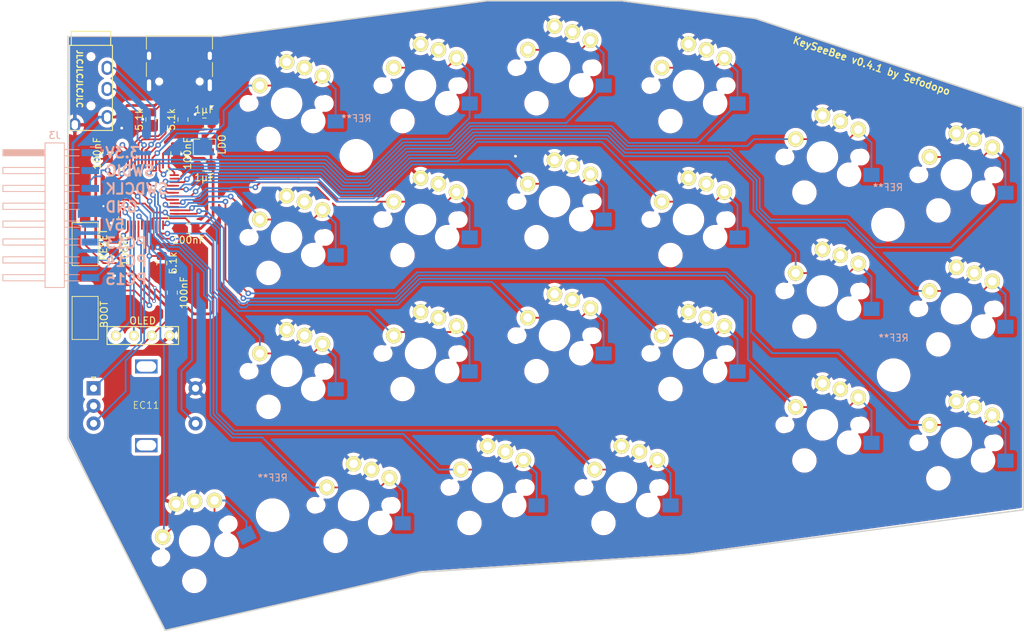
<source format=kicad_pcb>
(kicad_pcb (version 20240108) (generator "pcbnew") (generator_version "8.0")
  (layers (0 "F.Cu" signal) (31 "B.Cu" signal) (34 "B.Paste" user) (35 "F.Paste" user) (36 "B.SilkS" user "B.Silkscreen") (37 "F.SilkS" user "F.Silkscreen") (38 "B.Mask" user) (39 "F.Mask" user) (44 "Edge.Cuts" user))
  (net 0 "")
  (net 1 "GND")
  (net 2 "D+")
  (net 3 "Net-(U1-NRST)")
  (net 5 "D-")
  (net 6 "Net-(J1-CC1)")
  (net 7 "5V")
  (net 8 "3.3V")
  (net 9 "SWDIO")
  (net 10 "SWDCLK")
  (net 12 "TX")
  (net 13 "RX")
  (net 14 "SCL")
  (net 15 "SDA")
  (net 16 "Net-(U1-BOOT0)")
  (net 17 "KEY20")
  (net 18 "KEY21")
  (net 19 "KEY22")
  (net 20 "Net-(J1-CC2)")
  (net 21 "RE1A")
  (net 22 "KEYEXT1")
  (net 23 "REB")
  (net 24 "KEY13")
  (net 25 "KEY14")
  (net 26 "KEY15")
  (net 27 "KEY16")
  (net 28 "KEY1")
  (net 29 "KEY2")
  (net 30 "KEY3")
  (net 31 "KEY4")
  (net 32 "KEY17")
  (net 33 "KEY18")
  (net 34 "KEY19")
  (net 35 "KEY9")
  (net 36 "KEY10")
  (net 37 "KEY11")
  (net 38 "KEY12")
  (net 39 "KEY5")
  (net 40 "KEY6")
  (net 41 "KEY7")
  (net 42 "KEY8")
  (net 43 "PC15")
  (net 44 "PC13")
  (net 45 "PC14")
  (net 46 "/VBAT")
  (footprint "kicad-usb:USB_C_Receptacle_HRO_TYPE-C-31-M-12" (layer "F.Cu") (at 96.774 68.707 180)
    (property "Reference" "J1" (hide yes))
    (property "Value" "USB_C_Receptacle_USB2.0")
  )
  (footprint "keebio:TRRS-PJ-320A-no-Fmask" (layer "F.Cu") (at 84.201 66.167)
    (property "Reference" "J2")
    (property "Value" "AudioJack4")
  )
  (footprint "Resistor_SMD:R_0805_2012Metric_Pad1.15x1.40mm_HandSolder" (layer "F.Cu") (at 92.71 76.708 -90)
    (property "Reference" "R6" (hide yes))
    (property "Value" "5.1k")
  )
  (footprint "Resistor_SMD:R_0805_2012Metric_Pad1.15x1.40mm_HandSolder" (layer "F.Cu") (at 97.282 76.708 -90)
    (property "Reference" "R7" (hide yes))
    (property "Value" "5.1k")
  )
  (footprint "Package_TO_SOT_SMD:SOT-23" (layer "F.Cu") (at 100.33 80.264 90)
    (property "Reference" "U2" (hide yes))
    (property "Value" "LDO")
  )
  (footprint "Package_QFP:LQFP-48_7x7mm_P0.5mm" (layer "F.Cu") (at 91.694 87.376 90)
    (property "Reference" "U1" (hide yes))
    (property "Value" "STM32")
  )
  (footprint "Capacitor_SMD:C_0805_2012Metric_Pad1.15x1.40mm_HandSolder" (layer "F.Cu") (at 100.33 77.216)
    (property "Reference" "C7" (hide yes))
    (property "Value" "1µF")
  )
  (footprint "Capacitor_SMD:C_0805_2012Metric_Pad1.15x1.40mm_HandSolder" (layer "F.Cu") (at 100.33 83.312)
    (property "Reference" "C6" (hide yes))
    (property "Value" "1µF")
  )
  (footprint "Capacitor_SMD:C_0805_2012Metric_Pad1.15x1.40mm_HandSolder" (layer "F.Cu") (at 87.464 94.432 -90)
    (property "Reference" "C5" (hide yes))
    (property "Value" "100nF")
  )
  (footprint "Capacitor_SMD:C_0805_2012Metric_Pad1.15x1.40mm_HandSolder" (layer "F.Cu") (at 98.044 92.202)
    (property "Reference" "C4" (hide yes))
    (property "Value" "100nF")
  )
  (footprint "Capacitor_SMD:C_0805_2012Metric_Pad1.15x1.40mm_HandSolder" (layer "F.Cu") (at 86.614 81.28 -90)
    (property "Reference" "C2" (hide yes))
    (property "Value" "100nF")
  )
  (footprint "Button_Switch_SMD:SW_SPST_CK_RS282G05A3" (layer "F.Cu") (at 83.364 104.932 -90)
    (property "Reference" "SW1" (hide yes))
    (property "Value" "BOOT")
  )
  (footprint "Capacitor_SMD:C_0805_2012Metric_Pad1.15x1.40mm_HandSolder" (layer "F.Cu") (at 95.764 101.332 -90)
    (property "Reference" "C1" (hide yes))
    (property "Value" "100nF")
  )
  (footprint "Button_Switch_SMD:SW_SPST_CK_RS282G05A3" (layer "F.Cu") (at 83.364 94.432 90)
    (property "Reference" "SW2" (hide yes))
    (property "Value" "RESET")
  )
  (footprint "Capacitor_SMD:C_0805_2012Metric_Pad1.15x1.40mm_HandSolder" (layer "F.Cu") (at 96.266 81.534 90)
    (property "Reference" "C3" (hide yes))
    (property "Value" "100nF")
  )
  (footprint "custom:CherryMX_Choc_MXHotswap_1u" (layer "F.Cu") (at 131.064 109.982)
    (property "Reference" "SW33" (hide yes))
    (property "Value" "SW_Push" (hide yes))
  )
  (footprint "custom:CherryMX_Choc_MXHotswap_1u" (layer "F.Cu") (at 131.064 90.932)
    (property "Reference" "SW32" (hide yes))
    (property "Value" "SW_Push" (hide yes))
  )
  (footprint "custom:CherryMX_Choc_MXHotswap_1u" (layer "F.Cu") (at 131.064 71.882)
    (property "Reference" "SW31" (hide yes))
    (property "Value" "SW_Push" (hide yes))
  )
  (footprint "custom:CherryMX_Choc_MXHotswap_1u" (layer "F.Cu") (at 150.114 107.442)
    (property "Reference" "SW23" (hide yes))
    (property "Value" "SW_Push" (hide yes))
  )
  (footprint "custom:CherryMX_Choc_MXHotswap_1u" (layer "F.Cu") (at 150.114 88.392)
    (property "Reference" "SW22" (hide yes))
    (property "Value" "SW_Push" (hide yes))
  )
  (footprint "custom:CherryMX_Choc_MXHotswap_1u" (layer "F.Cu") (at 150.114 69.342)
    (property "Reference" "SW21" (hide yes))
    (property "Value" "SW_Push" (hide yes))
  )
  (footprint "custom:CherryMX_Choc_MXHotswap_1u" (layer "F.Cu") (at 188.214 120.142)
    (property "Reference" "SW19" (hide yes))
    (property "Value" "SW_Push" (hide yes))
  )
  (footprint "custom:CherryMX_Choc_MXHotswap_1u" (layer "F.Cu") (at 188.214 101.092)
    (property "Reference" "SW18" (hide yes))
    (property "Value" "SW_Push" (hide yes))
  )
  (footprint "custom:CherryMX_Choc_MXHotswap_1u" (layer "F.Cu") (at 188.214 82.042)
    (property "Reference" "SW17" (hide yes))
    (property "Value" "SW_Push" (hide yes))
  )
  (footprint "custom:CherryMX_Choc_MXHotswap_1u" (layer "F.Cu") (at 112.014 112.522)
    (property "Reference" "SW14" (hide yes))
    (property "Value" "SW_Push" (hide yes))
  )
  (footprint "custom:CherryMX_Choc_MXHotswap_1u" (layer "F.Cu") (at 112.014 74.422)
    (property "Reference" "SW12" (hide yes))
    (property "Value" "SW_Push" (hide yes))
  )
  (footprint "custom:CherryMX_Choc_MXHotswap_1u" (layer "F.Cu") (at 169.164 109.982)
    (property "Reference" "SW9" (hide yes))
    (property "Value" "SW_Push" (hide yes))
  )
  (footprint "custom:CherryMX_Choc_MXHotswap_1u" (layer "F.Cu") (at 169.164 90.932)
    (property "Reference" "SW8" (hide yes))
    (property "Value" "SW_Push" (hide yes))
  )
  (footprint "custom:CherryMX_Choc_MXHotswap_1u" (layer "F.Cu") (at 112.014 93.472)
    (property "Reference" "SW13" (hide yes))
    (property "Value" "SW_Push" (hide yes))
  )
  (footprint "custom:CherryMX_Choc_MXHotswap_1u" (layer "F.Cu") (at 169.164 71.882)
    (property "Reference" "SW7" (hide yes))
    (property "Value" "SW_Push" (hide yes))
  )
  (footprint "custom:CherryMX_Choc_MXHotswap_1u" (layer "F.Cu") (at 207.264 122.682)
    (property "Reference" "SW5" (hide yes))
    (property "Value" "SW_Push" (hide yes))
  )
  (footprint "custom:CherryMX_Choc_MXHotswap_1u" (layer "F.Cu") (at 207.264 103.632)
    (property "Reference" "SW4" (hide yes))
    (property "Value" "SW_Push" (hide yes))
  )
  (footprint "custom:CherryMX_Choc_MXHotswap_1u" (layer "F.Cu") (at 207.264 84.582)
    (property "Reference" "SW3" (hide yes))
    (property "Value" "SW_Push" (hide yes))
  )
  (footprint "custom:CherryMX_Choc_MXHotswap_1u" (layer "F.Cu") (at 159.639 129.032)
    (property "Reference" "SW10" (hide yes))
    (property "Value" "SW_Push" (hide yes))
  )
  (footprint "custom:CherryMX_Choc_MXHotswap_1u" (layer "F.Cu") (at 98.933 136.652 26.5)
    (property "Reference" "SW15" (hide yes))
    (property "Value" "SW_Push" (hide yes))
  )
  (footprint "custom:CherryMX_Choc_MXHotswap_1u" (layer "F.Cu") (at 140.589 129.032)
    (property "Reference" "SW24" (hide yes))
    (property "Value" "SW_Push" (hide yes))
  )
  (footprint "custom:CherryMX_Choc_MXHotswap_1u" (layer "F.Cu") (at 121.539 131.572)
    (property "Reference" "SW34" (hide yes))
    (property "Value" "SW_Push" (hide yes))
  )
  (footprint "foostan-kbd:OLED_1side" (layer "F.Cu") (at 87.754 107.432)
    (property "Reference" "OL1")
    (property "Value" "OLED" (hide yes))
  )
  (footprint "keebio:RotaryEncoder_Alps_EC11E-Switch_Vertical_H20mm" (layer "F.Cu") (at 92.064 117.432)
    (property "Reference" "SW6" (hide yes))
    (property "Value" "RotaryEncoder_Switch" (hide yes))
  )
  (footprint "Resistor_SMD:R_0805_2012Metric_Pad1.15x1.40mm_HandSolder" (layer "F.Cu") (at 94.264 97.132 -90)
    (property "Reference" "R1" (hide yes))
    (property "Value" "5.1k")
  )
  (footprint "kicad-harwin:Harwin_M20-89008xx_1x08_P2.54mm_Horizontal" (layer "B.Cu") (at 78.564 90.322 180)
    (property "Reference" "J3")
    (property "Value" "Conn_01x08_Male")
  )
  (footprint "MountingHole:MountingHole_4.3mm_M4" (layer "B.Cu") (at 121.929 81.867 180)
    (property "Reference" "REF**")
    (property "Value" "MountingHole_4.3mm_M4")
  )
  (footprint "MountingHole:MountingHole_4.3mm_M4" (layer "B.Cu") (at 198.329 113.067 180)
    (property "Reference" "REF**")
    (property "Value" "MountingHole_4.3mm_M4")
  )
  (footprint "MountingHole:MountingHole_4.3mm_M4" (layer "B.Cu") (at 110.029 132.967 180)
    (property "Reference" "REF**")
    (property "Value" "MountingHole_4.3mm_M4")
  )
  (footprint "MountingHole:MountingHole_4.3mm_M4" (layer "B.Cu") (at 197.529 91.667 180)
    (property "Reference" "REF**")
    (property "Value" "MountingHole_4.3mm_M4")
  )
  (gr_line (start 140.589 59.817) (end 159.639 59.817) (stroke (width 0.2)) (layer "Edge.Cuts"))
  (gr_line (start 178.689 62.357) (end 216.789 75.057) (stroke (width 0.2)) (layer "Edge.Cuts"))
  (gr_line (start 102.489 64.897) (end 80.899 64.897) (stroke (width 0.15)) (layer "Edge.Cuts"))
  (gr_line (start 216.789 132.207) (end 169.164 138.557) (stroke (width 0.2)) (layer "Edge.Cuts"))
  (gr_line (start 169.164 138.557) (end 131.064 141.097) (stroke (width 0.2)) (layer "Edge.Cuts"))
  (gr_line (start 216.789 75.057) (end 216.789 132.207) (stroke (width 0.2)) (layer "Edge.Cuts"))
  (gr_line (start 80.899 64.897) (end 80.899 122.047) (stroke (width 0.15)) (layer "Edge.Cuts"))
  (gr_line (start 131.064 141.097) (end 94.742 149.352) (stroke (width 0.2)) (layer "Edge.Cuts"))
  (gr_line (start 94.742 149.352) (end 80.899 122.047) (stroke (width 0.2)) (layer "Edge.Cuts"))
  (gr_line (start 102.489 64.897) (end 140.589 59.817) (stroke (width 0.2)) (layer "Edge.Cuts"))
  (gr_line (start 159.639 59.817) (end 178.689 62.357) (stroke (width 0.2)) (layer "Edge.Cuts"))
  (gr_text "SWDCLK" (at 86.064 86.574856 0) (layer "B.SilkS") (effects (font (size 1.5 1.5) (thickness 0.3)) (justify right mirror)))
  (gr_text "PC13" (at 86.064 94.28914 0) (layer "B.SilkS") (effects (font (size 1.5 1.5) (thickness 0.3)) (justify right mirror)))
  (gr_text "3.3V" (at 86.064 81.432 0) (layer "B.SilkS") (effects (font (size 1.5 1.5) (thickness 0.3)) (justify right mirror)))
  (gr_text "PC14" (at 86.064 96.860568 0) (layer "B.SilkS") (effects (font (size 1.5 1.5) (thickness 0.3)) (justify right mirror)))
  (gr_text "SWDIO" (at 86.064 84.003428 0) (layer "B.SilkS") (effects (font (size 1.5 1.5) (thickness 0.3)) (justify right mirror)))
  (gr_text "PC15\n" (at 86.064 99.431996 0) (layer "B.SilkS") (effects (font (size 1.5 1.5) (thickness 0.3)) (justify right mirror)))
  (gr_text "GND" (at 86.064 89.146284 0) (layer "B.SilkS") (effects (font (size 1.5 1.5) (thickness 0.3)) (justify right mirror)))
  (gr_text "5V" (at 86.064 91.717712 0) (layer "B.SilkS") (effects (font (size 1.5 1.5) (thickness 0.3)) (justify right mirror)))
  (gr_text "KeySeeBee v0.4.1 by Sefodopo" (at 183.964 65.332 341.566) (layer "F.SilkS") (effects (font (size 1 1) (thickness 0.2)) (justify left)))
  (gr_text "JLCJLCJLCJLC" (at 82.564 70.932 -90) (layer "F.SilkS") (effects (font (size 0.8 0.8) (thickness 0.2))))
  (segment (start 92.444 91.726) (end 92.444 92.651) (width 0.25) (layer "F.Cu") (net 1))
  (segment (start 93.369 72.752) (end 92.454 71.837) (width 0.381) (layer "F.Cu") (net 1))
  (segment (start 93.6445 93.8515) (end 93.673853 93.880853) (width 0.381) (layer "F.Cu") (net 1))
  (segment (start 89.444 83.026) (end 89.444 82.126) (width 0.25) (layer "F.Cu") (net 1))
  (segment (start 97.019 93.977) (end 97.019 92.202) (width 0.25) (layer "F.Cu") (net 1))
  (segment (start 89.444 82.126) (end 87.573 80.255) (width 0.25) (layer "F.Cu") (net 1))
  (segment (start 98.564 79.682) (end 98.564 80.448) (width 0.25) (layer "F.Cu") (net 1))
  (segment (start 100.024 72.752) (end 100.179 72.752) (width 0.381) (layer "F.Cu") (net 1))
  (segment (start 93.673853 93.880853) (end 93.673853 94.883147) (width 0.25) (layer "F.Cu") (net 1))
  (segment (start 88.339 89.721) (end 88.339 92.532) (width 0.25) (layer "F.Cu") (net 1))
  (segment (start 91.659 76.682) (end 92.71 77.733) (width 0.25) (layer "F.Cu") (net 1))
  (segment (start 88.244 89.626) (end 88.339 89.721) (width 0.25) (layer "F.Cu") (net 1))
  (segment (start 99.008532 76.919532) (end 99.305 77.216) (width 0.25) (layer "F.Cu") (net 1))
  (segment (start 92.444 92.651) (end 93.6445 93.8515) (width 0.25) (layer "F.Cu") (net 1))
  (segment (start 97.019 85.076) (end 97.019 84.810372) (width 0.25) (layer "F.Cu") (net 1))
  (segment (start 97.019 84.810372) (end 97.397372 84.432) (width 0.25) (layer "F.Cu") (net 1))
  (segment (start 88.339 92.532) (end 87.464 93.407) (width 0.25) (layer "F.Cu") (net 1))
  (segment (start 96.774 92.447) (end 97.019 92.202) (width 0.381) (layer "F.Cu") (net 1))
  (segment (start 98.564 80.448) (end 99.38 81.264) (width 0.381) (layer "F.Cu") (net 1))
  (segment (start 100.179 72.752) (end 101.094 71.837) (width 0.381) (layer "F.Cu") (net 1))
  (segment (start 100.024 72.752) (end 100.024 73.642) (width 0.381) (layer "F.Cu") (net 1))
  (segment (start 87.344 89.626) (end 86.558 89.626) (width 0.25) (layer "F.Cu") (net 1))
  (segment (start 99.008532 76.006468) (end 97.282 77.733) (width 0.381) (layer "F.Cu") (net 1))
  (segment (start 93.524 72.752) (end 93.369 72.752) (width 0.381) (layer "F.Cu") (net 1))
  (segment (start 96.614 94.382) (end 97.019 93.977) (width 0.25) (layer "F.Cu") (net 1))
  (segment (start 97.397372 83.182372) (end 96.774 82.559) (width 0.25) (layer "F.Cu") (net 1))
  (segment (start 96.044 85.126) (end 96.969 85.126) (width 0.25) (layer "F.Cu") (net 1))
  (segment (start 86.558 89.626) (end 85.964 89.032) (width 0.25) (layer "F.Cu") (net 1))
  (segment (start 87.414 80.255) (end 86.614 80.255) (width 0.25) (layer "F.Cu") (net 1))
  (segment (start 97.397372 84.432) (end 97.397372 83.182372) (width 0.25) (layer "F.Cu") (net 1))
  (segment (start 97.527 83.312) (end 97.397372 83.182372) (width 0.25) (layer "F.Cu") (net 1))
  (segment (start 99.008532 75.987468) (end 99.008532 76.919532) (width 0.381) (layer "F.Cu") (net 1))
  (segment (start 100.024 73.642) (end 101.314 74.932) (width 0.381) (layer "F.Cu") (net 1))
  (segment (start 97.061569 81.622505) (end 96.266 82.418074) (width 0.381) (layer "F.Cu") (net 1))
  (segment (start 92.454 71.837) (end 92.454 71.322) (width 0.381) (layer "F.Cu") (net 1))
  (segment (start 94.175 94.382) (end 96.614 94.382) (width 0.25) (layer "F.Cu") (net 1))
  (segment (start 96.969 85.126) (end 97.019 85.076) (width 0.25) (layer "F.Cu") (net 1))
  (segment (start 93.6445 93.8515) (end 94.175 94.382) (width 0.25) (layer "F.Cu") (net 1))
  (segment (start 99.305 83.312) (end 98.751064 83.312) (width 0.25) (layer "F.Cu") (net 1))
  (segment (start 99.305 83.312) (end 97.527 83.312) (width 0.25) (layer "F.Cu") (net 1))
  (segment (start 99.008532 75.987468) (end 99.008532 76.006468) (width 0.25) (layer "F.Cu") (net 1))
  (segment (start 96.266 82.418074) (end 96.266 82.559) (width 0.25) (layer "F.Cu") (net 1))
  (segment (start 91.564 76.682) (end 91.659 76.682) (width 0.25) (layer "F.Cu") (net 1))
  (segment (start 91.564 76.682) (end 89.814 76.682) (width 0.25) (layer "F.Cu") (net 1))
  (segment (start 87.573 80.255) (end 87.414 80.255) (width 0.25) (layer "F.Cu") (net 1))
  (segment (start 87.344 89.626) (end 88.244 89.626) (width 0.25) (layer "F.Cu") (net 1))
  (segment (start 89.814 76.682) (end 88.564 77.932) (width 0.25) (layer "F.Cu") (net 1))
  (via (at 97.061569 81.622505) (size 0.8) (drill 0.4) (layers "F.Cu" "B.Cu") (net 1))
  (via (at 88.564 77.932) (size 0.8) (drill 0.4) (layers "F.Cu" "B.Cu") (net 1))
  (via (at 98.564 79.682) (size 0.8) (drill 0.4) (layers "F.Cu" "B.Cu") (net 1))
  (via (at 87.564 98.932) (size 0.8) (drill 0.4) (layers "F.Cu" "B.Cu") (net 1))
  (via (at 101.314 74.932) (size 0.8) (drill 0.4) (layers "F.Cu" "B.Cu") (net 1))
  (via (at 96.064 98.432) (size 0.8) (drill 0.4) (layers "F.Cu" "B.Cu") (net 1))
  (via (at 93.673853 94.883147) (size 0.8) (drill 0.4) (layers "F.Cu" "B.Cu") (net 1))
  (via (at 91.564 76.682) (size 0.8) (drill 0.4) (layers "F.Cu" "B.Cu") (net 1))
  (via (at 144.564 81.932) (size 0.8) (drill 0.4) (layers "F.Cu" "B.Cu") (net 1))
  (via (at 85.964 89.032) (size 0.5) (drill 0.3) (layers "F.Cu" "B.Cu") (net 1))
  (via (at 87.064 91.432) (size 0.8) (drill 0.4) (layers "F.Cu" "B.Cu") (net 1))
  (via (at 99.008532 75.987468) (size 0.8) (drill 0.4) (layers "F.Cu" "B.Cu") (net 1))
  (segment (start 97.061569 81.622505) (end 97.061569 81.361431) (width 0.381) (layer "B.Cu") (net 1))
  (segment (start 98.564 79.859) (end 98.564 79.682) (width 0.381) (layer "B.Cu") (net 1))
  (segment (start 99.008532 75.987468) (end 100.258532 75.987468) (width 0.381) (layer "B.Cu") (net 1))
  (segment (start 85.964 89.032) (end 84.109 89.032) (width 0.25) (layer "B.Cu") (net 1))
  (segment (start 93.673853 94.883147) (end 96.064 97.273294) (width 0.381) (layer "B.Cu") (net 1))
  (segment (start 96.064 97.273294) (end 96.064 98.432) (width 0.381) (layer "B.Cu") (net 1))
  (segment (start 100.258532 75.987468) (end 101.314 74.932) (width 0.381) (layer "B.Cu") (net 1))
  (segment (start 97.061569 81.361431) (end 98.564 79.859) (width 0.381) (layer "B.Cu") (net 1))
  (segment (start 84.109 89.032) (end 84.089 89.052) (width 0.25) (layer "B.Cu") (net 1))
  (segment (start 96.099001 71.701999) (end 96.948999 71.701999) (width 0.25) (layer "F.Cu") (net 2))
  (segment (start 96.948999 71.701999) (end 97.024 71.777) (width 0.25) (layer "F.Cu") (net 2))
  (segment (start 94.361 78.486) (end 93.758013 79.088987) (width 0.25) (layer "F.Cu") (net 2))
  (segment (start 96.024 74.664) (end 94.361 76.326999) (width 0.25) (layer "F.Cu") (net 2))
  (segment (start 96.024 72.752) (end 96.024 74.664) (width 0.25) (layer "F.Cu") (net 2))
  (segment (start 90.444 79.988589) (end 90.444 83.026) (width 0.25) (layer "F.Cu") (net 2))
  (segment (start 91.343602 79.088987) (end 90.444 79.988589) (width 0.25) (layer "F.Cu") (net 2))
  (segment (start 97.024 71.777) (end 97.024 72.752) (width 0.25) (layer "F.Cu") (net 2))
  (segment (start 96.024 72.752) (end 96.024 71.777) (width 0.25) (layer "F.Cu") (net 2))
  (segment (start 93.758013 79.088987) (end 91.343602 79.088987) (width 0.25) (layer "F.Cu") (net 2))
  (segment (start 94.361 76.326999) (end 94.361 78.486) (width 0.25) (layer "F.Cu") (net 2))
  (segment (start 96.024 71.777) (end 96.099001 71.701999) (width 0.25) (layer "F.Cu") (net 2))
  (segment (start 87.764 97.132) (end 85.964 97.132) (width 0.25) (layer "F.Cu") (net 3))
  (segment (start 85.964 97.132) (end 83.364 94.532) (width 0.25) (layer "F.Cu") (net 3))
  (segment (start 91.944 95.642848) (end 91.764 95.822848) (width 0.25) (layer "F.Cu") (net 3))
  (segment (start 83.364 94.532) (end 83.364 90.532) (width 0.25) (layer "F.Cu") (net 3))
  (segment (start 91.764 99.132) (end 93.264 100.632) (width 0.25) (layer "F.Cu") (net 3))
  (segment (start 91.764 95.822848) (end 91.764 99.132) (width 0.25) (layer "F.Cu") (net 3))
  (segment (start 94.989 102.357) (end 95.764 102.357) (width 0.25) (layer "F.Cu") (net 3))
  (segment (start 93.164 102.532) (end 87.764 97.132) (width 0.25) (layer "F.Cu") (net 3))
  (segment (start 91.944 91.726) (end 91.944 95.642848) (width 0.25) (layer "F.Cu") (net 3))
  (segment (start 93.264 100.632) (end 94.989 102.357) (width 0.25) (layer "F.Cu") (net 3))
  (via (at 93.164 102.532) (size 0.5) (drill 0.3) (layers "F.Cu" "B.Cu") (net 3))
  (via (at 93.264 100.632) (size 0.5) (drill 0.3) (layers "F.Cu" "B.Cu") (net 3))
  (segment (start 93.264 102.432) (end 93.164 102.532) (width 0.25) (layer "B.Cu") (net 3))
  (segment (start 93.264 100.632) (end 93.264 102.432) (width 0.25) (layer "B.Cu") (net 3))
  (segment (start 97.524 73.727) (end 97.524 72.752) (width 0.25) (layer "F.Cu") (net 5))
  (segment (start 96.524 72.752) (end 96.524 73.727) (width 0.25) (layer "F.Cu") (net 5))
  (segment (start 93.944413 79.538998) (end 91.530002 79.538998) (width 0.25) (layer "F.Cu") (net 5))
  (segment (start 91.530002 79.538998) (end 90.944 80.125) (width 0.25) (layer "F.Cu") (net 5))
  (segment (start 96.524 74.80041) (end 94.811011 76.513399) (width 0.25) (layer "F.Cu") (net 5))
  (segment (start 96.524 73.727) (end 96.599001 73.802001) (width 0.25) (layer "F.Cu") (net 5))
  (segment (start 97.448999 73.802001) (end 97.524 73.727) (width 0.25) (layer "F.Cu") (net 5))
  (segment (start 96.599001 73.802001) (end 97.448999 73.802001) (width 0.25) (layer "F.Cu") (net 5))
  (segment (start 90.944 80.125) (end 90.944 83.026) (width 0.25) (layer "F.Cu") (net 5))
  (segment (start 96.524 72.752) (end 96.524 74.80041) (width 0.25) (layer "F.Cu") (net 5))
  (segment (start 94.811011 78.6724) (end 93.944413 79.538998) (width 0.25) (layer "F.Cu") (net 5))
  (segment (start 94.811011 76.513399) (end 94.811011 78.6724) (width 0.25) (layer "F.Cu") (net 5))
  (segment (start 98.024 73.553) (end 97.999001 73.577999) (width 0.25) (layer "F.Cu") (net 6))
  (segment (start 97.905372 75.059628) (end 97.282 75.683) (width 0.25) (layer "F.Cu") (net 6))
  (segment (start 97.999001 74.965999) (end 97.905372 75.059628) (width 0.25) (layer "F.Cu") (net 6))
  (segment (start 97.999001 73.577999) (end 97.999001 74.965999) (width 0.25) (layer "F.Cu") (net 6))
  (segment (start 98.024 72.752) (end 98.024 73.553) (width 0.25) (layer "F.Cu") (net 6))
  (segment (start 98.460919 71.186499) (end 99.224 71.94958) (width 0.381) (layer "F.Cu") (net 7))
  (segment (start 99.224 71.94958) (end 99.224 72.752) (width 0.381) (layer "F.Cu") (net 7))
  (segment (start 99.224 72.752) (end 99.224 72.805125) (width 0.381) (layer "F.Cu") (net 7))
  (segment (start 101.355 77.216) (end 101.355 78.239) (width 0.381) (layer "F.Cu") (net 7))
  (segment (start 87.682 76.367) (end 86.501 76.367) (width 0.381) (layer "F.Cu") (net 7))
  (segment (start 99.224 72.814779) (end 99.224 75.085) (width 0.381) (layer "F.Cu") (net 7))
  (segment (start 94.324 72.942) (end 94.324 73.679902) (width 0.381) (layer "F.Cu") (net 7))
  (segment (start 94.324 73.679902) (end 93.286412 74.71749) (width 0.381) (layer "F.Cu") (net 7))
  (segment (start 94.324 72.752) (end 94.324 72.922) (width 0.381) (layer "F.Cu") (net 7))
  (segment (start 89.33151 74.71749) (end 87.682 76.367) (width 0.381) (layer "F.Cu") (net 7))
  (segment (start 99.228827 72.809952) (end 99.224 72.814779) (width 0.381) (layer "F.Cu") (net 7))
  (segment (start 94.314 72.932) (end 94.324 72.942) (width 0.381) (layer "F.Cu") (net 7))
  (segment (start 99.224 72.805125) (end 99.228827 72.809952) (width 0.381) (layer "F.Cu") (net 7))
  (segment (start 101.355 78.239) (end 100.33 79.264) (width 0.381) (layer "F.Cu") (net 7))
  (segment (start 93.286412 74.71749) (end 89.33151 74.71749) (width 0.381) (layer "F.Cu") (net 7))
  (segment (start 95.087081 71.186499) (end 98.460919 71.186499) (width 0.381) (layer "F.Cu") (net 7))
  (segment (start 94.324 72.752) (end 94.324 71.94958) (width 0.381) (layer "F.Cu") (net 7))
  (segment (start 99.224 75.085) (end 101.355 77.216) (width 0.381) (layer "F.Cu") (net 7))
  (segment (start 94.324 72.922) (end 94.314 72.932) (width 0.381) (layer "F.Cu") (net 7))
  (segment (start 94.324 71.94958) (end 95.087081 71.186499) (width 0.381) (layer "F.Cu") (net 7))
  (segment (start 81.768499 91.592) (end 81.608499 91.432) (width 0.25) (layer "B.Cu") (net 7))
  (segment (start 81.608499 80.078501) (end 81.608499 91.432) (width 0.381) (layer "B.Cu") (net 7))
  (segment (start 84.089 91.592) (end 81.768499 91.592) (width 0.25) (layer "B.Cu") (net 7))
  (segment (start 85.32 76.367) (end 81.608499 80.078501) (width 0.381) (layer "B.Cu") (net 7))
  (segment (start 86.501 76.367) (end 85.32 76.367) (width 0.381) (layer "B.Cu") (net 7))
  (segment (start 101.28 81.264) (end 101.28 83.237) (width 0.381) (layer "F.Cu") (net 8))
  (segment (start 99.794 92.202) (end 101.564 90.432) (width 0.381) (layer "F.Cu") (net 8))
  (segment (start 94.444 81.552) (end 95.487 80.509) (width 0.25) (layer "F.Cu") (net 8))
  (segment (start 95.1 103.468) (end 87.464 95.832) (width 0.381) (layer "F.Cu") (net 8))
  (segment (start 98.78951 104.35251) (end 97.905 103.468) (width 0.381) (layer "F.Cu") (net 8))
  (segment (start 98.77849 82.22149) (end 100.26449 82.22149) (width 0.381) (layer "F.Cu") (net 8))
  (segment (start 92.834 107.432) (end 95.1 105.166) (width 0.25) (layer "F.Cu") (net 8))
  (segment (start 86.614 82.305) (end 85.191 82.305) (width 0.25) (layer "F.Cu") (net 8))
  (segment (start 86.489 95.457) (end 84.864 93.832) (width 0.381) (layer "F.Cu") (net 8))
  (segment (start 84.87 90.126) (end 84.864 90.132) (width 0.25) (layer "F.Cu") (net 8))
  (segment (start 101.17231 104.35251) (end 98.78951 104.35251) (width 0.381) (layer "F.Cu") (net 8))
  (segment (start 96.044 84.251) (end 95.24099 83.44799) (width 0.25) (layer "F.Cu") (net 8))
  (segment (start 87.464 95.832) (end 87.464 95.457) (width 0.381) (layer "F.Cu") (net 8))
  (segment (start 94.444 83.026) (end 94.444 81.552) (width 0.25) (layer "F.Cu") (net 8))
  (segment (start 92.944 90.826) (end 93.019001 90.750999) (width 0.25) (layer "F.Cu") (net 8))
  (segment (start 101.54751 94.68051) (end 101.54751 103.97731) (width 0.381) (layer "F.Cu") (net 8))
  (segment (start 93.019001 90.750999) (end 97.617999 90.750999) (width 0.25) (layer "F.Cu") (net 8))
  (segment (start 97.066 80.509) (end 98.77849 82.22149) (width 0.381) (layer "F.Cu") (net 8))
  (segment (start 92.944 91.726) (end 92.944 90.826) (width 0.25) (layer "F.Cu") (net 8))
  (segment (start 91.434 108.832) (end 83.364 108.832) (width 0.25) (layer "F.Cu") (net 8))
  (segment (start 96.266 80.509) (end 97.066 80.509) (width 0.381) (layer "F.Cu") (net 8))
  (segment (start 95.1 105.166) (end 95.1 103.468) (width 0.25) (layer "F.Cu") (net 8))
  (segment (start 85.191 82.305) (end 85.064 82.432) (width 0.25) (layer "F.Cu") (net 8))
  (segment (start 100.731628 82.688628) (end 101.355 83.312) (width 0.381) (layer "F.Cu") (net 8))
  (segment (start 87.464 95.457) (end 86.489 95.457) (width 0.381) (layer "F.Cu") (net 8))
  (segment (start 97.617999 90.750999) (end 98.445628 91.578628) (width 0.25) (layer "F.Cu") (net 8))
  (segment (start 96.044 84.626) (end 96.044 84.251) (width 0.25) (layer "F.Cu") (net 8))
  (segment (start 84.864 90.132) (end 84.864 84.055) (width 0.381) (layer "F.Cu") (net 8))
  (segment (start 84.864 84.055) (end 86.614 82.305) (width 0.381) (layer "F.Cu") (net 8))
  (segment (start 95.487 80.509) (end 96.266 80.509) (width 0.25) (layer "F.Cu") (net 8))
  (segment (start 99.069 92.202) (end 99.794 92.202) (width 0.381) (layer "F.Cu") (net 8))
  (segment (start 101.564 83.521) (end 101.355 83.312) (width 0.381) (layer "F.Cu") (net 8))
  (segment (start 100.26449 82.22149) (end 100.731628 82.688628) (width 0.381) (layer "F.Cu") (net 8))
  (segment (start 84.864 93.832) (end 84.864 90.132) (width 0.381) (layer "F.Cu") (net 8))
  (segment (start 101.54751 103.97731) (end 101.17231 104.35251) (width 0.381) (layer "F.Cu") (net 8))
  (segment (start 87.344 90.126) (end 84.87 90.126) (width 0.25) (layer "F.Cu") (net 8))
  (segment (start 95.642628 81.132372) (end 96.266 80.509) (width 0.25) (layer "F.Cu") (net 8))
  (segment (start 101.564 90.432) (end 101.564 83.521) (width 0.381) (layer "F.Cu") (net 8))
  (segment (start 95.24099 83.44799) (end 95.24099 81.53401) (width 0.25) (layer "F.Cu") (net 8))
  (segment (start 101.28 83.237) (end 101.355 83.312) (width 0.381) (layer "F.Cu") (net 8))
  (segment (start 98.445628 91.578628) (end 99.069 92.202) (width 0.25) (layer "F.Cu") (net 8))
  (segment (start 87.335 83.026) (end 86.614 82.305) (width 0.25) (layer "F.Cu") (net 8))
  (segment (start 95.1 103.468) (end 97.905 103.468) (width 0.381) (layer "F.Cu") (net 8))
  (segment (start 88.944 83.026) (end 87.335 83.026) (width 0.25) (layer "F.Cu") (net 8))
  (segment (start 95.24099 81.53401) (end 95.642628 81.132372) (width 0.25) (layer "F.Cu") (net 8))
  (segment (start 99.069 92.202) (end 101.54751 94.68051) (width 0.381) (layer "F.Cu") (net 8))
  (segment (start 92.834 107.432) (end 91.434 108.832) (width 0.25) (layer "F.Cu") (net 8))
  (via (at 85.064 82.432) (size 0.8) (drill 0.4) (layers "F.Cu" "B.Cu") (net 8))
  (segment (start 85.064 82.407) (end 84.089 81.432) (width 0.25) (layer "B.Cu") (net 8))
  (segment (start 85.064 82.432) (end 85.064 82.407) (width 0.25) (layer "B.Cu") (net 8))
  (segment (start 89.944 83.026) (end 89.944 81.600694) (width 0.25) (layer "F.Cu") (net 9))
  (segment (start 89.944 81.600694) (end 88.669653 80.326347) (width 0.25) (layer "F.Cu") (net 9))
  (via (at 88.669653 80.326347) (size 0.8) (drill 0.4) (layers "F.Cu" "B.Cu") (net 9))
  (segment (start 88.669653 80.326347) (end 85.024 83.972) (width 0.25) (layer "B.Cu") (net 9))
  (segment (start 85.024 83.972) (end 84.089 83.972) (width 0.25) (layer "B.Cu") (net 9))
  (segment (start 87.344 84.626) (end 87.258 84.626) (width 0.25) (layer "F.Cu") (net 10))
  (segment (start 87.258 84.626) (end 86.564 83.932) (width 0.25) (layer "F.Cu") (net 10))
  (via (at 86.564 83.932) (size 0.8) (drill 0.4) (layers "F.Cu" "B.Cu") (net 10))
  (segment (start 85.700396 83.932) (end 85.664 83.968396) (width 0.25) (layer "B.Cu") (net 10))
  (segment (start 84.089 85.407) (end 84.089 86.512) (width 0.25) (layer "B.Cu") (net 10))
  (segment (start 86.564 83.932) (end 85.700396 83.932) (width 0.25) (layer "B.Cu") (net 10))
  (segment (start 84.699 84.797) (end 84.089 85.407) (width 0.25) (layer "B.Cu") (net 10))
  (segment (start 85.664 83.968396) (end 85.664 84.797) (width 0.25) (layer "B.Cu") (net 10))
  (segment (start 85.664 84.797) (end 84.699 84.797) (width 0.25) (layer "B.Cu") (net 10))
  (segment (start 92.474654 80.535551) (end 92.474654 80.644957) (width 0.25) (layer "F.Cu") (net 12))
  (segment (start 91.944 81.069652) (end 91.944 83.026) (width 0.25) (layer "F.Cu") (net 12))
  (segment (start 92.474654 80.644957) (end 92.049959 81.069652) (width 0.25) (layer "F.Cu") (net 12))
  (segment (start 92.746207 80.263998) (end 92.474654 80.535551) (width 0.25) (layer "F.Cu") (net 12))
  (segment (start 92.049959 81.069652) (end 91.944 81.069652) (width 0.25) (layer "F.Cu") (net 12))
  (via (at 92.746207 80.263998) (size 0.8) (drill 0.4) (layers "F.Cu" "B.Cu") (net 12))
  (segment (start 87.551 69.367) (end 86.501 69.367) (width 0.25) (layer "B.Cu") (net 12))
  (segment (start 93.345 75.161) (end 87.551 69.367) (width 0.25) (layer "B.Cu") (net 12))
  (segment (start 93.345 79.665205) (end 93.345 75.161) (width 0.25) (layer "B.Cu") (net 12))
  (segment (start 92.746207 80.263998) (end 93.345 79.665205) (width 0.25) (layer "B.Cu") (net 12))
  (segment (start 91.749654 80.344652) (end 91.749654 80.600076) (width 0.25) (layer "F.Cu") (net 13))
  (segment (start 91.444 80.90573) (end 91.444 83.026) (width 0.25) (layer "F.Cu") (net 13))
  (segment (start 91.749654 80.600076) (end 91.444 80.90573) (width 0.25) (layer "F.Cu") (net 13))
  (via (at 91.749654 80.344652) (size 0.8) (drill 0.4) (layers "F.Cu" "B.Cu") (net 13))
  (segment (start 91.749654 80.344652) (end 90.814 79.408998) (width 0.25) (layer "B.Cu") (net 13))
  (segment (start 87.551 72.367) (end 86.501 72.367) (width 0.25) (layer "B.Cu") (net 13))
  (segment (start 90.814 75.63) (end 87.551 72.367) (width 0.25) (layer "B.Cu") (net 13))
  (segment (start 90.814 79.408998) (end 90.814 75.63) (width 0.25) (layer "B.Cu") (net 13))
  (segment (start 88.905701 88.626) (end 89.14281 88.863109) (width 0.25) (layer "F.Cu") (net 14))
  (segment (start 87.344 88.626) (end 88.905701 88.626) (width 0.25) (layer "F.Cu") (net 14))
  (via (at 89.14281 88.863109) (size 0.8) (drill 0.4) (layers "F.Cu" "B.Cu") (net 14))
  (segment (start 89.14281 88.863109) (end 90.294 90.014299) (width 0.25) (layer "B.Cu") (net 14))
  (segment (start 90.294 90.014299) (end 90.294 107.432) (width 0.25) (layer "B.Cu") (net 14))
  (segment (start 89.064 89.809604) (end 89.064 89.932) (width 0.25) (layer "F.Cu") (net 15))
  (segment (start 87.344 89.126) (end 88.380396 89.126) (width 0.25) (layer "F.Cu") (net 15))
  (segment (start 88.380396 89.126) (end 89.064 89.809604) (width 0.25) (layer "F.Cu") (net 15))
  (via (at 89.064 89.932) (size 0.8) (drill 0.4) (layers "F.Cu" "B.Cu") (net 15))
  (segment (start 89.801652 105.384348) (end 87.754 107.432) (width 0.25) (layer "B.Cu") (net 15))
  (segment (start 89.064 89.932) (end 89.801652 90.669652) (width 0.25) (layer "B.Cu") (net 15))
  (segment (start 89.801652 90.669652) (end 89.801652 105.384348) (width 0.25) (layer "B.Cu") (net 15))
  (segment (start 92.4925 103.132) (end 90.3925 101.032) (width 0.25) (layer "F.Cu") (net 16))
  (segment (start 92.4925 96.119653) (end 94.251347 96.119653) (width 0.25) (layer "F.Cu") (net 16))
  (segment (start 87.344 88.126) (end 89.431007 88.126) (width 0.25) (layer "F.Cu") (net 16))
  (segment (start 89.431007 88.126) (end 90.695683 89.390676) (width 0.25) (layer "F.Cu") (net 16))
  (segment (start 90.3925 101.032) (end 83.364 101.032) (width 0.25) (layer "F.Cu") (net 16))
  (segment (start 94.251347 96.119653) (end 94.264 96.107) (width 0.25) (layer "F.Cu") (net 16))
  (via (at 92.4925 96.119653) (size 0.8) (drill 0.4) (layers "F.Cu" "B.Cu") (net 16))
  (via (at 90.695683 89.390676) (size 0.8) (drill 0.4) (layers "F.Cu" "B.Cu") (net 16))
  (via (at 92.4925 103.132) (size 0.8) (drill 0.4) (layers "F.Cu" "B.Cu") (net 16))
  (segment (start 92.4925 96.119653) (end 92.4925 94.8605) (width 0.25) (layer "B.Cu") (net 16))
  (segment (start 92.2175 90.649193) (end 90.958983 89.390676) (width 0.25) (layer "B.Cu") (net 16))
  (segment (start 90.958983 89.390676) (end 90.695683 89.390676) (width 0.25) (layer "B.Cu") (net 16))
  (segment (start 92.4925 94.8605) (end 92.2175 94.5855) (width 0.25) (layer "B.Cu") (net 16))
  (segment (start 92.2175 94.5855) (end 92.2175 90.649193) (width 0.25) (layer "B.Cu") (net 16))
  (segment (start 92.4925 96.119653) (end 92.4925 103.132) (width 0.25) (layer "B.Cu") (net 16))
  (segment (start 96.044 86.126) (end 95.119 86.126) (width 0.25) (layer "F.Cu") (net 17))
  (segment (start 203.454 82.042) (end 211.004 82.042) (width 0.25) (layer "F.Cu") (net 17))
  (segment (start 94.793998 85.800998) (end 94.793998 85.523945) (width 0.25) (layer "F.Cu") (net 17))
  (segment (start 211.004 82.042) (end 212.364 80.682) (width 0.25) (layer "F.Cu") (net 17))
  (segment (start 95.119 86.126) (end 94.793998 85.800998) (width 0.25) (layer "F.Cu") (net 17))
  (via (at 94.793998 85.523945) (size 0.8) (drill 0.4) (layers "F.Cu" "B.Cu") (net 17))
  (segment (start 98.198003 83.832) (end 117.088416 83.832) (width 0.25) (layer "B.Cu") (net 17))
  (segment (start 214.239 82.557) (end 214.239 87.137) (width 0.25) (layer "B.Cu") (net 17))
  (segment (start 180.927604 90.932) (end 191.734 90.932) (width 0.25) (layer "B.Cu") (net 17))
  (segment (start 119.853416 86.597) (end 123.844584 86.597) (width 0.25) (layer "B.Cu") (net 17))
  (segment (start 129.144584 81.297) (end 135.789812 81.297) (width 0.25) (layer "B.Cu") (net 17))
  (segment (start 191.734 90.932) (end 195.699 94.897) (width 0.25) (layer "B.Cu") (net 17))
  (segment (start 212.364 80.682) (end 214.239 82.557) (width 0.25) (layer "B.Cu") (net 17))
  (segment (start 195.699 94.897) (end 206.479 94.897) (width 0.25) (layer "B.Cu") (net 17))
  (segment (start 96.506058 85.523945) (end 98.198003 83.832) (width 0.25) (layer "B.Cu") (net 17))
  (segment (start 117.088416 83.832) (end 119.853416 86.597) (width 0.25) (layer "B.Cu") (net 17))
  (segment (start 179.299 89.303396) (end 180.927604 90.932) (width 0.25) (layer "B.Cu") (net 17))
  (segment (start 138.539812 78.547) (end 157.876208 78.547) (width 0.25) (layer "B.Cu") (net 17))
  (segment (start 206.479 94.897) (end 214.239 87.137) (width 0.25) (layer "B.Cu") (net 17))
  (segment (start 160.261208 80.932) (end 175.114 80.932) (width 0.25) (layer "B.Cu") (net 17))
  (segment (start 123.844584 86.597) (end 129.144584 81.297) (width 0.25) (layer "B.Cu") (net 17))
  (segment (start 157.876208 78.547) (end 160.261208 80.932) (width 0.25) (layer "B.Cu") (net 17))
  (segment (start 179.299 85.117) (end 179.299 89.303396) (width 0.25) (layer "B.Cu") (net 17))
  (segment (start 94.793998 85.523945) (end 96.506058 85.523945) (width 0.25) (layer "B.Cu") (net 17))
  (segment (start 135.789812 81.297) (end 138.539812 78.547) (width 0.25) (layer "B.Cu") (net 17))
  (segment (start 175.114 80.932) (end 179.299 85.117) (width 0.25) (layer "B.Cu") (net 17))
  (segment (start 203.454 101.092) (end 211.004 101.092) (width 0.25) (layer "F.Cu") (net 18))
  (segment (start 97.429308 85.626) (end 97.843654 85.211654) (width 0.25) (layer "F.Cu") (net 18))
  (segment (start 96.044 85.626) (end 97.429308 85.626) (width 0.25) (layer "F.Cu") (net 18))
  (segment (start 211.004 101.092) (end 212.364 99.732) (width 0.25) (layer "F.Cu") (net 18))
  (via (at 97.843654 85.211654) (size 0.8) (drill 0.4) (layers "F.Cu" "B.Cu") (net 18))
  (segment (start 138.726208 78.997) (end 157.689812 78.997) (width 0.25) (layer "B.Cu") (net 18))
  (segment (start 180.741208 91.382) (end 191.547604 91.382) (width 0.25) (layer "B.Cu") (net 18))
  (segment (start 129.33098 81.747) (end 135.976208 81.747) (width 0.25) (layer "B.Cu") (net 18))
  (segment (start 191.547604 91.382) (end 201.257604 101.092) (width 0.25) (layer "B.Cu") (net 18))
  (segment (start 212.364 99.732) (end 214.239 101.607) (width 0.25) (layer "B.Cu") (net 18))
  (segment (start 157.689812 78.997) (end 160.124812 81.432) (width 0.25) (layer "B.Cu") (net 18))
  (segment (start 97.843654 85.211654) (end 98.773308 84.282) (width 0.25) (layer "B.Cu") (net 18))
  (segment (start 214.239 101.607) (end 214.239 106.187) (width 0.25) (layer "B.Cu") (net 18))
  (segment (start 98.773308 84.282) (end 116.90202 84.282) (width 0.25) (layer "B.Cu") (net 18))
  (segment (start 119.66702 87.047) (end 124.03098 87.047) (width 0.25) (layer "B.Cu") (net 18))
  (segment (start 160.124812 81.432) (end 174.977604 81.432) (width 0.25) (layer "B.Cu") (net 18))
  (segment (start 124.03098 87.047) (end 129.33098 81.747) (width 0.25) (layer "B.Cu") (net 18))
  (segment (start 178.849 89.489792) (end 180.741208 91.382) (width 0.25) (layer "B.Cu") (net 18))
  (segment (start 135.976208 81.747) (end 138.726208 78.997) (width 0.25) (layer "B.Cu") (net 18))
  (segment (start 174.977604 81.432) (end 178.849 85.303396) (width 0.25) (layer "B.Cu") (net 18))
  (segment (start 201.257604 101.092) (end 203.454 101.092) (width 0.25) (layer "B.Cu") (net 18))
  (segment (start 116.90202 84.282) (end 119.66702 87.047) (width 0.25) (layer "B.Cu") (net 18))
  (segment (start 178.849 85.303396) (end 178.849 89.489792) (width 0.25) (layer "B.Cu") (net 18))
  (segment (start 105.094 99.962) (end 106.564 101.432) (width 0.25) (layer "F.Cu") (net 19))
  (segment (start 211.004 120.142) (end 212.364 118.782) (width 0.25) (layer "F.Cu") (net 19))
  (segment (start 95.088731 89.126) (end 94.777729 88.814998) (width 0.25) (layer "F.Cu") (net 19))
  (segment (start 96.044 89.126) (end 95.088731 89.126) (width 0.25) (layer "F.Cu") (net 19))
  (segment (start 203.454 120.142) (end 211.004 120.142) (width 0.25) (layer "F.Cu") (net 19))
  (segment (start 104.064 87.657) (end 105.094 88.687) (width 0.25) (layer "F.Cu") (net 19))
  (segment (start 105.094 88.687) (end 105.094 99.962) (width 0.25) (layer "F.Cu") (net 19))
  (via (at 104.064 87.657) (size 0.8) (drill 0.4) (layers "F.Cu" "B.Cu") (net 19))
  (via (at 94.777729 88.814998) (size 0.8) (drill 0.4) (layers "F.Cu" "B.Cu") (net 19))
  (via (at 106.564 101.432) (size 0.8) (drill 0.4) (layers "F.Cu" "B.Cu") (net 19))
  (segment (start 178.064 106.932) (end 181.064 109.932) (width 0.25) (layer "B.Cu") (net 19))
  (segment (start 131.564 98.432) (end 174.564 98.432) (width 0.25) (layer "B.Cu") (net 19))
  (segment (start 190.434 109.932) (end 200.644 120.142) (width 0.25) (layer "B.Cu") (net 19))
  (segment (start 214.239 120.657) (end 214.239 125.237) (width 0.25) (layer "B.Cu") (net 19))
  (segment (start 104.064 87.657) (end 100.839 87.657) (width 0.25) (layer "B.Cu") (net 19))
  (segment (start 181.064 109.932) (end 190.434 109.932) (width 0.25) (layer "B.Cu") (net 19))
  (segment (start 106.564 101.432) (end 127.564 101.432) (width 0.25) (layer "B.Cu") (net 19))
  (segment (start 98.064 88.569653) (end 98.064 88.682787) (width 0.25) (layer "B.Cu") (net 19))
  (segment (start 178.064 101.932) (end 178.064 106.932) (width 0.25) (layer "B.Cu") (net 19))
  (segment (start 174.564 98.432) (end 178.064 101.932) (width 0.25) (layer "B.Cu") (net 19))
  (segment (start 98.064 88.682787) (end 97.553629 89.193158) (width 0.25) (layer "B.Cu") (net 19))
  (segment (start 127.564 101.432) (end 130.549 98.447) (width 0.25) (layer "B.Cu") (net 19))
  (segment (start 99.926347 88.569653) (end 98.064 88.569653) (width 0.25) (layer "B.Cu") (net 19))
  (segment (start 100.839 87.657) (end 99.926347 88.569653) (width 0.25) (layer "B.Cu") (net 19))
  (segment (start 95.155889 89.193158) (end 94.777729 88.814998) (width 0.25) (layer "B.Cu") (net 19))
  (segment (start 97.553629 89.193158) (end 95.155889 89.193158) (width 0.25) (layer "B.Cu") (net 19))
  (segment (start 130.549 98.447) (end 131.549 98.447) (width 0.25) (layer "B.Cu") (net 19))
  (segment (start 200.644 120.142) (end 203.454 120.142) (width 0.25) (layer "B.Cu") (net 19))
  (segment (start 212.364 118.782) (end 214.239 120.657) (width 0.25) (layer "B.Cu") (net 19))
  (segment (start 131.549 98.447) (end 131.564 98.432) (width 0.25) (layer "B.Cu") (net 19))
  (segment (start 95.024 72.752) (end 95.024 73.708942) (width 0.25) (layer "F.Cu") (net 20))
  (segment (start 93.160001 75.232999) (end 92.71 75.683) (width 0.25) (layer "F.Cu") (net 20))
  (segment (start 93.499943 75.232999) (end 93.160001 75.232999) (width 0.25) (layer "F.Cu") (net 20))
  (segment (start 95.024 73.708942) (end 93.499943 75.232999) (width 0.25) (layer "F.Cu") (net 20))
  (segment (start 90.944 94.16696) (end 91.019 94.24196) (width 0.25) (layer "F.Cu") (net 21))
  (segment (start 90.944 91.726) (end 90.944 94.16696) (width 0.25) (layer "F.Cu") (net 21))
  (via (at 91.019 94.24196) (size 0.8) (drill 0.4) (layers "F.Cu" "B.Cu") (net 21))
  (segment (start 91.3175 108.1785) (end 84.564 114.932) (width 0.25) (layer "B.Cu") (net 21))
  (segment (start 91.3175 94.54046) (end 91.3175 108.1785) (width 0.25) (layer "B.Cu") (net 21))
  (segment (start 91.019 94.24196) (end 91.3175 94.54046) (width 0.25) (layer "B.Cu") (net 21))
  (segment (start 90.839477 86.626) (end 92.544782 88.331305) (width 0.25) (layer "F.Cu") (net 22))
  (segment (start 87.344 86.626) (end 90.839477 86.626) (width 0.25) (layer "F.Cu") (net 22))
  (via (at 92.544782 88.331305) (size 0.8) (drill 0.4) (layers "F.Cu" "B.Cu") (net 22))
  (segment (start 98.564 97.432) (end 98.564 110.932) (width 0.25) (layer "B.Cu") (net 22))
  (segment (start 95.248012 95.432) (end 96.564 95.432) (width 0.25) (layer "B.Cu") (net 22))
  (segment (start 97.064 112.432) (end 97.064 117.932) (width 0.25) (layer "B.Cu") (net 22))
  (segment (start 93.1175 89.6105) (end 93.1175 93.301488) (width 0.25) (layer "B.Cu") (net 22))
  (segment (start 93.1175 93.301488) (end 95.248012 95.432) (width 0.25) (layer "B.Cu") (net 22))
  (segment (start 92.544782 88.331305) (end 92.544782 89.037782) (width 0.25) (layer "B.Cu") (net 22))
  (segment (start 92.544782 89.037782) (end 93.1175 89.6105) (width 0.25) (layer "B.Cu") (net 22))
  (segment (start 96.564 95.432) (end 98.564 97.432) (width 0.25) (layer "B.Cu") (net 22))
  (segment (start 97.064 117.932) (end 99.064 119.932) (width 0.25) (layer "B.Cu") (net 22))
  (segment (start 98.564 110.932) (end 97.064 112.432) (width 0.25) (layer "B.Cu") (net 22))
  (segment (start 91.444 91.726) (end 91.444 90.900998) (width 0.25) (layer "F.Cu") (net 23))
  (segment (start 91.444 90.900998) (end 91.019 90.475998) (width 0.25) (layer "F.Cu") (net 23))
  (via (at 91.019 90.475998) (size 0.8) (drill 0.4) (layers "F.Cu" "B.Cu") (net 23))
  (segment (start 89.132198 111.000198) (end 89.132198 115.363802) (width 0.25) (layer "B.Cu") (net 23))
  (segment (start 91.019 90.475998) (end 91.7675 91.224498) (width 0.25) (layer "B.Cu") (net 23))
  (segment (start 91.7675 108.364896) (end 89.132198 111.000198) (width 0.25) (layer "B.Cu") (net 23))
  (segment (start 89.132198 115.363802) (end 84.564 119.932) (width 0.25) (layer "B.Cu") (net 23))
  (segment (start 91.7675 91.224498) (end 91.7675 108.364896) (width 0.25) (layer "B.Cu") (net 23))
  (segment (start 92.72279 84.001) (end 93.394 84.001) (width 0.25) (layer "F.Cu") (net 24))
  (segment (start 165.354 69.342) (end 172.904 69.342) (width 0.25) (layer "F.Cu") (net 24))
  (segment (start 93.394 84.001) (end 93.444 83.951) (width 0.25) (layer "F.Cu") (net 24))
  (segment (start 172.904 69.342) (end 174.264 67.982) (width 0.25) (layer "F.Cu") (net 24))
  (segment (start 93.444 83.951) (end 93.444 83.026) (width 0.25) (layer "F.Cu") (net 24))
  (segment (start 92.447788 84.276002) (end 92.72279 84.001) (width 0.25) (layer "F.Cu") (net 24))
  (via (at 92.447788 84.276002) (size 0.8) (drill 0.4) (layers "F.Cu" "B.Cu") (net 24))
  (segment (start 92.447788 84.276002) (end 93.79179 82.932) (width 0.25) (layer "B.Cu") (net 24))
  (segment (start 176.139 69.857) (end 176.139 74.437) (width 0.25) (layer "B.Cu") (net 24))
  (segment (start 135.41702 80.397) (end 138.16702 77.647) (width 0.25) (layer "B.Cu") (net 24))
  (segment (start 174.264 67.982) (end 176.139 69.857) (width 0.25) (layer "B.Cu") (net 24))
  (segment (start 160.634 80.032) (end 170.544 80.032) (width 0.25) (layer "B.Cu") (net 24))
  (segment (start 117.461208 82.932) (end 120.226208 85.697) (width 0.25) (layer "B.Cu") (net 24))
  (segment (start 158.249 77.647) (end 160.634 80.032) (width 0.25) (layer "B.Cu") (net 24))
  (segment (start 138.16702 77.647) (end 158.249 77.647) (width 0.25) (layer "B.Cu") (net 24))
  (segment (start 170.544 80.032) (end 176.139 74.437) (width 0.25) (layer "B.Cu") (net 24))
  (segment (start 128.771792 80.397) (end 135.41702 80.397) (width 0.25) (layer "B.Cu") (net 24))
  (segment (start 120.226208 85.697) (end 123.471792 85.697) (width 0.25) (layer "B.Cu") (net 24))
  (segment (start 93.79179 82.932) (end 117.461208 82.932) (width 0.25) (layer "B.Cu") (net 24))
  (segment (start 123.471792 85.697) (end 128.771792 80.397) (width 0.25) (layer "B.Cu") (net 24))
  (segment (start 172.904 88.392) (end 174.264 87.032) (width 0.25) (layer "F.Cu") (net 25))
  (segment (start 96.044 86.626) (end 97.685734 86.626) (width 0.25) (layer "F.Cu") (net 25))
  (segment (start 97.685734 86.626) (end 97.721388 86.661654) (width 0.25) (layer "F.Cu") (net 25))
  (segment (start 165.354 88.392) (end 172.904 88.392) (width 0.25) (layer "F.Cu") (net 25))
  (via (at 97.721388 86.661654) (size 0.8) (drill 0.4) (layers "F.Cu" "B.Cu") (net 25))
  (segment (start 129.703772 82.647) (end 136.349 82.647) (width 0.25) (layer "B.Cu") (net 25))
  (segment (start 156.859 79.897) (end 165.354 88.392) (width 0.25) (layer "B.Cu") (net 25))
  (segment (start 119.294228 87.947) (end 124.403772 87.947) (width 0.25) (layer "B.Cu") (net 25))
  (segment (start 124.403772 87.947) (end 129.703772 82.647) (width 0.25) (layer "B.Cu") (net 25))
  (segment (start 99.814001 85.182) (end 113.765624 85.182) (width 0.25) (layer "B.Cu") (net 25))
  (segment (start 176.139 88.907) (end 176.139 93.487) (width 0.25) (layer "B.Cu") (net 25))
  (segment (start 136.349 82.647) (end 139.099 79.897) (width 0.25) (layer "B.Cu") (net 25))
  (segment (start 174.264 87.032) (end 176.139 88.907) (width 0.25) (layer "B.Cu") (net 25))
  (segment (start 113.765624 85.182) (end 113.780624 85.197) (width 0.25) (layer "B.Cu") (net 25))
  (segment (start 116.544228 85.197) (end 119.294228 87.947) (width 0.25) (layer "B.Cu") (net 25))
  (segment (start 139.099 79.897) (end 156.859 79.897) (width 0.25) (layer "B.Cu") (net 25))
  (segment (start 98.334347 86.661654) (end 99.814001 85.182) (width 0.25) (layer "B.Cu") (net 25))
  (segment (start 113.780624 85.197) (end 116.544228 85.197) (width 0.25) (layer "B.Cu") (net 25))
  (segment (start 97.721388 86.661654) (end 98.334347 86.661654) (width 0.25) (layer "B.Cu") (net 25))
  (segment (start 165.354 107.442) (end 172.904 107.442) (width 0.25) (layer "F.Cu") (net 26))
  (segment (start 99.182653 90.126) (end 99.564 89.744653) (width 0.25) (layer "F.Cu") (net 26))
  (segment (start 96.044 90.126) (end 99.182653 90.126) (width 0.25) (layer "F.Cu") (net 26))
  (segment (start 172.904 107.442) (end 174.264 106.082) (width 0.25) (layer "F.Cu") (net 26))
  (via (at 99.564 89.744653) (size 0.8) (drill 0.4) (layers "F.Cu" "B.Cu") (net 26))
  (segment (start 127.661792 102.607) (end 130.921792 99.347) (width 0.25) (layer "B.Cu") (net 26))
  (segment (start 174.264 106.082) (end 176.139 107.957) (width 0.25) (layer "B.Cu") (net 26))
  (segment (start 103.064 92.159208) (end 103.064 100.371521) (width 0.25) (layer "B.Cu") (net 26))
  (segment (start 103.064 100.371521) (end 105.556587 102.864108) (width 0.25) (layer "B.Cu") (net 26))
  (segment (start 100.649445 89.744653) (end 103.064 92.159208) (width 0.25) (layer "B.Cu") (net 26))
  (segment (start 99.564 89.744653) (end 100.649445 89.744653) (width 0.25) (layer "B.Cu") (net 26))
  (segment (start 106.157197 102.864108) (end 106.414305 102.607) (width 0.25) (layer "B.Cu") (net 26))
  (segment (start 176.139 107.957) (end 176.139 112.537) (width 0.25) (layer "B.Cu") (net 26))
  (segment (start 157.259 99.347) (end 165.354 107.442) (width 0.25) (layer "B.Cu") (net 26))
  (segment (start 130.921792 99.347) (end 157.259 99.347) (width 0.25) (layer "B.Cu") (net 26))
  (segment (start 106.414305 102.607) (end 127.661792 102.607) (width 0.25) (layer "B.Cu") (net 26))
  (segment (start 105.556587 102.864108) (end 106.157197 102.864108) (width 0.25) (layer "B.Cu") (net 26))
  (segment (start 155.829 126.492) (end 163.379 126.492) (width 0.25) (layer "F.Cu") (net 27))
  (segment (start 93.444 92.762396) (end 94.338604 93.657) (width 0.25) (layer "F.Cu") (net 27))
  (segment (start 163.379 126.492) (end 164.739 125.132) (width 0.25) (layer "F.Cu") (net 27))
  (segment (start 93.444 91.726) (end 93.444 92.762396) (width 0.25) (layer "F.Cu") (net 27))
  (segment (start 94.338604 93.657) (end 95.771109 93.657) (width 0.25) (layer "F.Cu") (net 27))
  (via (at 95.771109 93.657) (size 0.8) (drill 0.4) (layers "F.Cu" "B.Cu") (net 27))
  (segment (start 102.064 118.432) (end 104.564 120.932) (width 0.25) (layer "B.Cu") (net 27))
  (segment (start 101.164 101.294925) (end 102.064 102.194925) (width 0.25) (layer "B.Cu") (net 27))
  (segment (start 164.739 125.132) (end 166.614 127.007) (width 0.25) (layer "B.Cu") (net 27))
  (segment (start 166.614 127.007) (end 166.614 131.587) (width 0.25) (layer "B.Cu") (net 27))
  (segment (start 95.771109 93.657) (end 96.789 93.657) (width 0.25) (layer "B.Cu") (net 27))
  (segment (start 150.269 120.932) (end 155.829 126.492) (width 0.25) (layer "B.Cu") (net 27))
  (segment (start 102.064 102.194925) (end 102.064 118.432) (width 0.25) (layer "B.Cu") (net 27))
  (segment (start 104.564 120.932) (end 150.269 120.932) (width 0.25) (layer "B.Cu") (net 27))
  (segment (start 101.164 98.032) (end 101.164 101.294925) (width 0.25) (layer "B.Cu") (net 27))
  (segment (start 96.789 93.657) (end 101.164 98.032) (width 0.25) (layer "B.Cu") (net 27))
  (segment (start 92.444 81.645264) (end 93.742803 80.346461) (width 0.25) (layer "F.Cu") (net 28))
  (segment (start 92.444 83.026) (end 92.444 81.645264) (width 0.25) (layer "F.Cu") (net 28))
  (segment (start 108.204 71.882) (end 115.754 71.882) (width 0.25) (layer "F.Cu") (net 28))
  (segment (start 115.754 71.882) (end 117.114 70.522) (width 0.25) (layer "F.Cu") (net 28))
  (via (at 93.742803 80.346461) (size 0.8) (drill 0.4) (layers "F.Cu" "B.Cu") (net 28))
  (segment (start 102.374 78.122) (end 103.064 77.432) (width 0.25) (layer "B.Cu") (net 28))
  (segment (start 103.064 77.432) (end 103.064 75.466366) (width 0.25) (layer "B.Cu") (net 28))
  (segment (start 95.967264 78.122) (end 102.374 78.122) (width 0.25) (layer "B.Cu") (net 28))
  (segment (start 117.114 70.522) (end 118.989 72.397) (width 0.25) (layer "B.Cu") (net 28))
  (segment (start 118.989 72.397) (end 118.989 76.977) (width 0.25) (layer "B.Cu") (net 28))
  (segment (start 103.064 75.466366) (end 106.648366 71.882) (width 0.25) (layer "B.Cu") (net 28))
  (segment (start 106.648366 71.882) (end 108.204 71.882) (width 0.25) (layer "B.Cu") (net 28))
  (segment (start 93.742803 80.346461) (end 95.967264 78.122) (width 0.25) (layer "B.Cu") (net 28))
  (segment (start 97.095482 88.626) (end 97.253324 88.468158) (width 0.25) (layer "F.Cu") (net 29))
  (segment (start 115.754 90.932) (end 108.204 90.932) (width 0.25) (layer "F.Cu") (net 29))
  (segment (start 96.044 88.626) (end 97.095482 88.626) (width 0.25) (layer "F.Cu") (net 29))
  (segment (start 117.114 89.572) (end 115.754 90.932) (width 0.25) (layer "F.Cu") (net 29))
  (via (at 97.253324 88.468158) (size 0.8) (drill 0.4) (layers "F.Cu" "B.Cu") (net 29))
  (segment (start 118.989 91.447) (end 118.989 96.027) (width 0.25) (layer "B.Cu") (net 29))
  (segment (start 97.601829 88.119653) (end 99.563354 88.119653) (width 0.25) (layer "B.Cu") (net 29))
  (segment (start 100.751007 86.932) (end 104.564 86.932) (width 0.25) (layer "B.Cu") (net 29))
  (segment (start 97.253324 88.468158) (end 97.601829 88.119653) (width 0.25) (layer "B.Cu") (net 29))
  (segment (start 117.114 89.572) (end 118.989 91.447) (width 0.25) (layer "B.Cu") (net 29))
  (segment (start 104.564 86.932) (end 108.204 90.572) (width 0.25) (layer "B.Cu") (net 29))
  (segment (start 99.563354 88.119653) (end 100.751007 86.932) (width 0.25) (layer "B.Cu") (net 29))
  (segment (start 108.204 90.572) (end 108.204 90.932) (width 0.25) (layer "B.Cu") (net 29))
  (segment (start 93.944 92.626) (end 94.25 92.932) (width 0.25) (layer "F.Cu") (net 30))
  (segment (start 108.204 109.982) (end 115.754 109.982) (width 0.25) (layer "F.Cu") (net 30))
  (segment (start 93.944 91.726) (end 93.944 92.626) (width 0.25) (layer "F.Cu") (net 30))
  (segment (start 94.25 92.932) (end 95.064 92.932) (width 0.25) (layer "F.Cu") (net 30))
  (segment (start 115.754 109.982) (end 117.114 108.622) (width 0.25) (layer "F.Cu") (net 30))
  (via (at 95.064 92.932) (size 0.8) (drill 0.4) (layers "F.Cu" "B.Cu") (net 30))
  (segment (start 100.564 92.932) (end 101.614 93.982) (width 0.25) (layer "B.Cu") (net 30))
  (segment (start 95.064 92.932) (end 100.564 92.932) (width 0.25) (layer "B.Cu") (net 30))
  (segment (start 117.114 108.622) (end 118.989 110.497) (width 0.25) (layer "B.Cu") (net 30))
  (segment (start 101.614 93.982) (end 101.614 101.108529) (width 0.25) (layer "B.Cu") (net 30))
  (segment (start 108.204 107.698529) (end 108.204 109.982) (width 0.25) (layer "B.Cu") (net 30))
  (segment (start 101.614 101.108529) (end 108.204 107.698529) (width 0.25) (layer "B.Cu") (net 30))
  (segment (start 118.989 110.497) (end 118.989 115.077) (width 0.25) (layer "B.Cu") (net 30))
  (segment (start 101.756994 132.562576) (end 101.756994 130.886147) (width 0.25) (layer "F.Cu") (net 31))
  (segment (start 87.344 87.126) (end 90.314171 87.126) (width 0.25) (layer "F.Cu") (net 31))
  (segment (start 90.314171 87.126) (end 90.842085 87.653914) (width 0.25) (layer "F.Cu") (net 31))
  (segment (start 100.38757 133.932) (end 101.756994 132.562576) (width 0.25) (layer "F.Cu") (net 31))
  (segment (start 94.389958 136.07888) (end 96.536838 133.932) (width 0.25) (layer "F.Cu") (net 31))
  (segment (start 96.536838 133.932) (end 100.38757 133.932) (width 0.25) (layer "F.Cu") (net 31))
  (via (at 90.842085 87.653914) (size 0.8) (drill 0.4) (layers "F.Cu" "B.Cu") (net 31))
  (segment (start 94.064 107.932) (end 94.564 108.432) (width 0.25) (layer "B.Cu") (net 31))
  (segment (start 91.120171 87.932) (end 91.120171 88.488171) (width 0.25) (layer "B.Cu") (net 31))
  (segment (start 92.9425 94.674104) (end 92.9425 95.3105) (width 0.25) (layer "B.Cu") (net 31))
  (segment (start 101.756994 130.886147) (end 103.312628 130.886147) (width 0.25) (layer "B.Cu") (net 31))
  (segment (start 92.9425 95.3105) (end 94.064 96.432) (width 0.25) (layer "B.Cu") (net 31))
  (segment (start 90.842085 87.653914) (end 91.120171 87.932) (width 0.25) (layer "B.Cu") (net 31))
  (segment (start 91.120171 88.488171) (end 92.6675 90.0355) (width 0.25) (layer "B.Cu") (net 31))
  (segment (start 106.315203 133.888722) (end 106.315203 135.826328) (width 0.25) (layer "B.Cu") (net 31))
  (segment (start 94.064 96.432) (end 94.064 107.932) (width 0.25) (layer "B.Cu") (net 31))
  (segment (start 94.564 108.432) (end 94.564 135.904838) (width 0.25) (layer "B.Cu") (net 31))
  (segment (start 94.564 135.904838) (end 94.389958 136.07888) (width 0.25) (layer "B.Cu") (net 31))
  (segment (start 92.6675 90.0355) (end 92.6675 94.399104) (width 0.25) (layer "B.Cu") (net 31))
  (segment (start 103.312628 130.886147) (end 106.315203 133.888722) (width 0.25) (layer "B.Cu") (net 31))
  (segment (start 92.6675 94.399104) (end 92.9425 94.674104) (width 0.25) (layer "B.Cu") (net 31))
  (segment (start 93.944 83.951) (end 93.944 83.026) (width 0.25) (layer "F.Cu") (net 32))
  (segment (start 94.517037 84.524037) (end 93.944 83.951) (width 0.25) (layer "F.Cu") (net 32))
  (segment (start 191.954 79.502) (end 193.314 78.142) (width 0.25) (layer "F.Cu") (net 32))
  (segment (start 184.404 79.502) (end 191.954 79.502) (width 0.25) (layer "F.Cu") (net 32))
  (via (at 94.517037 84.524037) (size 0.8) (drill 0.4) (layers "F.Cu" "B.Cu") (net 32))
  (segment (start 195.189 80.017) (end 195.189 84.597) (width 0.25) (layer "B.Cu") (net 32))
  (segment (start 158.062604 78.097) (end 138.353416 78.097) (width 0.25) (layer "B.Cu") (net 32))
  (segment (start 178.494 79.502) (end 177.514 80.482) (width 0.25) (layer "B.Cu") (net 32))
  (segment (start 97.487097 83.782) (end 95.259074 83.782) (width 0.25) (layer "B.Cu") (net 32))
  (segment (start 123.658188 86.147) (end 120.039812 86.147) (width 0.25) (layer "B.Cu") (net 32))
  (segment (start 97.887097 83.382) (end 97.487097 83.782) (width 0.25) (layer "B.Cu") (net 32))
  (segment (start 117.274812 83.382) (end 97.887097 83.382) (width 0.25) (layer "B.Cu") (net 32))
  (segment (start 160.447604 80.482) (end 158.062604 78.097) (width 0.25) (layer "B.Cu") (net 32))
  (segment (start 128.958188 80.847) (end 123.658188 86.147) (width 0.25) (layer "B.Cu") (net 32))
  (segment (start 193.314 78.142) (end 195.189 80.017) (width 0.25) (layer "B.Cu") (net 32))
  (segment (start 120.039812 86.147) (end 117.274812 83.382) (width 0.25) (layer "B.Cu") (net 32))
  (segment (start 138.353416 78.097) (end 135.603416 80.847) (width 0.25) (layer "B.Cu") (net 32))
  (segment (start 177.514 80.482) (end 160.447604 80.482) (width 0.25) (layer "B.Cu") (net 32))
  (segment (start 95.259074 83.782) (end 94.517037 84.524037) (width 0.25) (layer "B.Cu") (net 32))
  (segment (start 184.404 79.502) (end 178.494 79.502) (width 0.25) (layer "B.Cu") (net 32))
  (segment (start 135.603416 80.847) (end 128.958188 80.847) (width 0.25) (layer "B.Cu") (net 32))
  (segment (start 191.954 98.552) (end 193.314 97.192) (width 0.25) (layer "F.Cu") (net 33))
  (segment (start 184.404 98.552) (end 191.954 98.552) (width 0.25) (layer "F.Cu") (net 33))
  (segment (start 95.093695 87.126) (end 94.552074 86.584379) (width 0.25) (layer "F.Cu") (net 33))
  (segment (start 96.044 87.126) (end 95.093695 87.126) (width 0.25) (layer "F.Cu") (net 33))
  (via (at 94.552074 86.584379) (size 0.8) (drill 0.4) (layers "F.Cu" "B.Cu") (net 33))
  (segment (start 119.480624 87.497) (end 124.217376 87.497) (width 0.25) (layer "B.Cu") (net 33))
  (segment (start 136.162604 82.197) (end 138.912604 79.447) (width 0.25) (layer "B.Cu") (net 33))
  (segment (start 138.912604 79.447) (end 157.503416 79.447) (width 0.25) (layer "B.Cu") (net 33))
  (segment (start 96.773358 86.584379) (end 97.421083 85.936654) (width 0.25) (layer "B.Cu") (net 33))
  (segment (start 178.399 89.697) (end 184.404 95.702) (width 0.25) (layer "B.Cu") (net 33))
  (segment (start 157.503416 79.447) (end 159.988416 81.932) (width 0.25) (layer "B.Cu") (net 33))
  (segment (start 124.217376 87.497) (end 129.517376 82.197) (width 0.25) (layer "B.Cu") (net 33))
  (segment (start 97.421083 85.936654) (end 98.42295 85.936655) (width 0.25) (layer "B.Cu") (net 33))
  (segment (start 195.189 99.067) (end 195.189 103.647) (width 0.25) (layer "B.Cu") (net 33))
  (segment (start 159.988416 81.932) (end 174.841208 81.932) (width 0.25) (layer "B.Cu") (net 33))
  (segment (start 98.42295 85.936655) (end 99.627605 84.732) (width 0.25) (layer "B.Cu") (net 33))
  (segment (start 99.627605 84.732) (end 116.715624 84.732) (width 0.25) (layer "B.Cu") (net 33))
  (segment (start 193.314 97.192) (end 195.189 99.067) (width 0.25) (layer "B.Cu") (net 33))
  (segment (start 178.399 85.489792) (end 178.399 89.697) (width 0.25) (layer "B.Cu") (net 33))
  (segment (start 174.841208 81.932) (end 178.399 85.489792) (width 0.25) (layer "B.Cu") (net 33))
  (segment (start 184.404 95.702) (end 184.404 98.552) (width 0.25) (layer "B.Cu") (net 33))
  (segment (start 94.552074 86.584379) (end 96.773358 86.584379) (width 0.25) (layer "B.Cu") (net 33))
  (segment (start 116.715624 84.732) (end 119.480624 87.497) (width 0.25) (layer "B.Cu") (net 33))
  (segment (start 129.517376 82.197) (end 136.162604 82.197) (width 0.25) (layer "B.Cu") (net 33))
  (segment (start 98.232653 89.626) (end 98.564 89.294653) (width 0.25) (layer "F.Cu") (net 34))
  (segment (start 191.954 117.602) (end 193.314 116.242) (width 0.25) (layer "F.Cu") (net 34))
  (segment (start 105.856892 102.002197) (end 105.856892 102.139108) (width 0.25) (layer "F.Cu") (net 34))
  (segment (start 103.319214 99.464519) (end 105.856892 102.002197) (width 0.25) (layer "F.Cu") (net 34))
  (segment (start 96.044 89.626) (end 98.232653 89.626) (width 0.25) (layer "F.Cu") (net 34))
  (segment (start 103.319214 88.382) (end 103.319214 99.464519) (width 0.25) (layer "F.Cu") (net 34))
  (segment (start 184.404 117.602) (end 191.954 117.602) (width 0.25) (layer "F.Cu") (net 34))
  (via (at 98.564 89.294653) (size 0.8) (drill 0.4) (layers "F.Cu" "B.Cu") (net 34))
  (via (at 105.856892 102.139108) (size 0.8) (drill 0.4) (layers "F.Cu" "B.Cu") (net 34))
  (via (at 103.319214 88.382) (size 0.8) (drill 0.4) (layers "F.Cu" "B.Cu") (net 34))
  (segment (start 103.319214 88.382) (end 103.269214 88.432) (width 0.25) (layer "B.Cu") (net 34))
  (segment (start 130.735396 98.897) (end 174.392604 98.897) (width 0.25) (layer "B.Cu") (net 34))
  (segment (start 105.856892 102.139108) (end 105.874784 102.157) (width 0.25) (layer "B.Cu") (net 34))
  (segment (start 100.339951 89.019653) (end 98.839 89.019653) (width 0.25) (layer "B.Cu") (net 34))
  (segment (start 174.392604 98.897) (end 177.614 102.118396) (width 0.25) (layer "B.Cu") (net 34))
  (segment (start 100.927604 88.432) (end 100.339951 89.019653) (width 0.25) (layer "B.Cu") (net 34))
  (segment (start 177.614 110.812) (end 184.404 117.602) (width 0.25) (layer "B.Cu") (net 34))
  (segment (start 177.614 102.118396) (end 177.614 110.812) (width 0.25) (layer "B.Cu") (net 34))
  (segment (start 195.189 118.117) (end 195.189 122.697) (width 0.25) (layer "B.Cu") (net 34))
  (segment (start 105.874784 102.157) (end 127.475396 102.157) (width 0.25) (layer "B.Cu") (net 34))
  (segment (start 193.314 116.242) (end 195.189 118.117) (width 0.25) (layer "B.Cu") (net 34))
  (segment (start 98.839 89.019653) (end 98.564 89.294653) (width 0.25) (layer "B.Cu") (net 34))
  (segment (start 103.269214 88.432) (end 100.927604 88.432) (width 0.25) (layer "B.Cu") (net 34))
  (segment (start 127.475396 102.157) (end 130.735396 98.897) (width 0.25) (layer "B.Cu") (net 34))
  (segment (start 88.589653 84.805347) (end 88.589653 84.428895) (width 0.25) (layer "F.Cu") (net 35))
  (segment (start 146.304 66.802) (end 153.854 66.802) (width 0.25) (layer "F.Cu") (net 35))
  (segment (start 87.344 85.126) (end 88.269 85.126) (width 0.25) (layer "F.Cu") (net 35))
  (segment (start 153.854 66.802) (end 155.214 65.442) (width 0.25) (layer "F.Cu") (net 35))
  (segment (start 88.269 85.126) (end 88.589653 84.805347) (width 0.25) (layer "F.Cu") (net 35))
  (via (at 88.589653 84.428895) (size 0.8) (drill 0.4) (layers "F.Cu" "B.Cu") (net 35))
  (segment (start 90.586548 82.432) (end 117.597604 82.432) (width 0.25) (layer "B.Cu") (net 35))
  (segment (start 117.597604 82.432) (end 120.412604 85.247) (width 0.25) (layer "B.Cu") (net 35))
  (segment (start 120.412604 85.247) (end 123.285396 85.247) (width 0.25) (layer "B.Cu") (net 35))
  (segment (start 137.980624 77.197) (end 151.789 77.197) (width 0.25) (layer "B.Cu") (net 35))
  (segment (start 123.285396 85.247) (end 128.585396 79.947) (width 0.25) (layer "B.Cu") (net 35))
  (segment (start 155.214 65.442) (end 157.089 67.317) (width 0.25) (layer "B.Cu") (net 35))
  (segment (start 128.585396 79.947) (end 135.230624 79.947) (width 0.25) (layer "B.Cu") (net 35))
  (segment (start 88.589653 84.428895) (end 90.586548 82.432) (width 0.25) (layer "B.Cu") (net 35))
  (segment (start 157.089 67.317) (end 157.089 71.897) (width 0.25) (layer "B.Cu") (net 35))
  (segment (start 151.789 77.197) (end 157.089 71.897) (width 0.25) (layer "B.Cu") (net 35))
  (segment (start 135.230624 79.947) (end 137.980624 77.197) (width 0.25) (layer "B.Cu") (net 35))
  (segment (start 146.304 85.852) (end 153.854 85.852) (width 0.25) (layer "F.Cu") (net 36))
  (segment (start 96.044 87.626) (end 98.395306 87.626) (width 0.25) (layer "F.Cu") (net 36))
  (segment (start 98.395306 87.626) (end 99.076653 86.944653) (width 0.25) (layer "F.Cu") (net 36))
  (segment (start 153.854 85.852) (end 155.214 84.492) (width 0.25) (layer "F.Cu") (net 36))
  (via (at 99.076653 86.944653) (size 0.8) (drill 0.4) (layers "F.Cu" "B.Cu") (net 36))
  (segment (start 143.549 83.097) (end 146.304 85.852) (width 0.25) (layer "B.Cu") (net 36))
  (segment (start 116.357832 85.647) (end 119.107832 88.397) (width 0.25) (layer "B.Cu") (net 36))
  (segment (start 119.107832 88.397) (end 124.590168 88.397) (width 0.25) (layer "B.Cu") (net 36))
  (segment (start 129.890168 83.097) (end 143.549 83.097) (width 0.25) (layer "B.Cu") (net 36))
  (segment (start 155.214 84.492) (end 157.089 86.367) (width 0.25) (layer "B.Cu") (net 36))
  (segment (start 99.076653 86.944653) (end 100.389306 85.632) (width 0.25) (layer "B.Cu") (net 36))
  (segment (start 113.594228 85.647) (end 116.357832 85.647) (width 0.25) (layer "B.Cu") (net 36))
  (segment (start 157.089 86.367) (end 157.089 90.947) (width 0.25) (layer "B.Cu") (net 36))
  (segment (start 100.389306 85.632) (end 113.579228 85.632) (width 0.25) (layer "B.Cu") (net 36))
  (segment (start 124.590168 88.397) (end 129.890168 83.097) (width 0.25) (layer "B.Cu") (net 36))
  (segment (start 113.579228 85.632) (end 113.594228 85.647) (width 0.25) (layer "B.Cu") (net 36))
  (segment (start 146.304 104.902) (end 153.854 104.902) (width 0.25) (layer "F.Cu") (net 37))
  (segment (start 87.344 87.626) (end 89.758 87.626) (width 0.25) (layer "F.Cu") (net 37))
  (segment (start 90.797676 88.665676) (end 91.853848 88.665676) (width 0.25) (layer "F.Cu") (net 37))
  (segment (start 153.854 104.902) (end 155.214 103.542) (width 0.25) (layer "F.Cu") (net 37))
  (segment (start 89.758 87.626) (end 90.797676 88.665676) (width 0.25) (layer "F.Cu") (net 37))
  (segment (start 91.853848 88.665676) (end 93.120172 89.932) (width 0.25) (layer "F.Cu") (net 37))
  (segment (start 93.120172 89.932) (end 94.7425 89.932) (width 0.25) (layer "F.Cu") (net 37))
  (via (at 94.7425 89.932) (size 0.8) (drill 0.4) (layers "F.Cu" "B.Cu") (net 37))
  (segment (start 94.7425 89.932) (end 95.280153 90.469653) (width 0.25) (layer "B.Cu") (net 37))
  (segment (start 105.488083 103.432) (end 106.225701 103.432) (width 0.25) (layer "B.Cu") (net 37))
  (segment (start 127.848188 103.057) (end 131.108188 99.797) (width 0.25) (layer "B.Cu") (net 37))
  (segment (start 131.108188 99.797) (end 141.199 99.797) (width 0.25) (layer "B.Cu") (net 37))
  (segment (start 106.600701 103.057) (end 127.848188 103.057) (width 0.25) (layer "B.Cu") (net 37))
  (segment (start 155.214 103.542) (end 157.089 105.417) (width 0.25) (layer "B.Cu") (net 37))
  (segment (start 141.199 99.797) (end 146.304 104.902) (width 0.25) (layer "B.Cu") (net 37))
  (segment (start 102.564 100.507917) (end 105.488083 103.432) (width 0.25) (layer "B.Cu") (net 37))
  (segment (start 157.089 105.417) (end 157.089 109.997) (width 0.25) (layer "B.Cu") (net 37))
  (segment (start 102.564 92.295604) (end 102.564 100.507917) (width 0.25) (layer "B.Cu") (net 37))
  (segment (start 106.225701 103.432) (end 106.600701 103.057) (width 0.25) (layer "B.Cu") (net 37))
  (segment (start 95.280153 90.469653) (end 100.738049 90.469653) (width 0.25) (layer "B.Cu") (net 37))
  (segment (start 100.738049 90.469653) (end 102.564 92.295604) (width 0.25) (layer "B.Cu") (net 37))
  (segment (start 92.258 85.626) (end 93.064 86.432) (width 0.25) (layer "F.Cu") (net 38))
  (segment (start 87.344 85.626) (end 92.258 85.626) (width 0.25) (layer "F.Cu") (net 38))
  (segment (start 144.329 126.492) (end 145.689 125.132) (width 0.25) (layer "F.Cu") (net 38))
  (segment (start 136.779 126.492) (end 144.329 126.492) (width 0.25) (layer "F.Cu") (net 38))
  (via (at 93.064 86.432) (size 0.8) (drill 0.4) (layers "F.Cu" "B.Cu") (net 38))
  (segment (start 96.877604 94.382) (end 100.714 98.218396) (width 0.25) (layer "B.Cu") (net 38))
  (segment (start 133.689 126.492) (end 136.779 126.492) (width 0.25) (layer "B.Cu") (net 38))
  (segment (start 101.614 102.381321) (end 101.614 118.618396) (width 0.25) (layer "B.Cu") (net 38))
  (segment (start 93.732229 88.794803) (end 94.0175 89.080074) (width 0.25) (layer "B.Cu") (net 38))
  (segment (start 100.714 101.481321) (end 101.614 102.381321) (width 0.25) (layer "B.Cu") (net 38))
  (segment (start 147.564 127.007) (end 147.564 131.587) (width 0.25) (layer "B.Cu") (net 38))
  (segment (start 104.427604 121.432) (end 128.629 121.432) (width 0.25) (layer "B.Cu") (net 38))
  (segment (start 93.064 86.432) (end 93.732229 87.100229) (width 0.25) (layer "B.Cu") (net 38))
  (segment (start 100.714 98.218396) (end 100.714 101.481321) (width 0.25) (layer "B.Cu") (net 38))
  (segment (start 95.470804 94.382) (end 96.877604 94.382) (width 0.25) (layer "B.Cu") (net 38))
  (segment (start 101.614 118.618396) (end 104.427604 121.432) (width 0.25) (layer "B.Cu") (net 38))
  (segment (start 128.629 121.432) (end 133.689 126.492) (width 0.25) (layer "B.Cu") (net 38))
  (segment (start 94.0175 89.080074) (end 94.0175 92.928696) (width 0.25) (layer "B.Cu") (net 38))
  (segment (start 145.689 125.132) (end 147.564 127.007) (width 0.25) (layer "B.Cu") (net 38))
  (segment (start 93.732229 87.100229) (end 93.732229 88.794803) (width 0.25) (layer "B.Cu") (net 38))
  (segment (start 94.0175 92.928696) (end 95.470804 94.382) (width 0.25) (layer "B.Cu") (net 38))
  (segment (start 93.623285 81.491285) (end 92.944 82.17057) (width 0.25) (layer "F.Cu") (net 39))
  (segment (start 92.944 82.17057) (end 92.944 83.026) (width 0.25) (layer "F.Cu") (net 39))
  (segment (start 134.804 69.342) (end 136.164 67.982) (width 0.25) (layer "F.Cu") (net 39))
  (segment (start 127.254 69.342) (end 134.804 69.342) (width 0.25) (layer "F.Cu") (net 39))
  (via (at 93.623285 81.491285) (size 0.8) (drill 0.4) (layers "F.Cu" "B.Cu") (net 39))
  (segment (start 102.069 78.927) (end 102.069 80.937) (width 0.25) (layer "B.Cu") (net 39))
  (segment (start 135.025802 79.482) (end 138.039 76.468802) (width 0.25) (layer "B.Cu") (net 39))
  (segment (start 101.824 78.682) (end 102.069 78.927) (width 0.25) (layer "B.Cu") (net 39))
  (segment (start 93.623285 81.491285) (end 96.43257 78.682) (width 0.25) (layer "B.Cu") (net 39))
  (segment (start 96.43257 78.682) (end 101.824 78.682) (width 0.25) (layer "B.Cu") (net 39))
  (segment (start 102.069 80.937) (end 103.064 81.932) (width 0.25) (layer "B.Cu") (net 39))
  (segment (start 136.164 67.982) (end 138.039 69.857) (width 0.25) (layer "B.Cu") (net 39))
  (segment (start 120.599 84.797) (end 123.099 84.797) (width 0.25) (layer "B.Cu") (net 39))
  (segment (start 138.039 69.857) (end 138.039 74.437) (width 0.25) (layer "B.Cu") (net 39))
  (segment (start 103.064 81.932) (end 117.734 81.932) (width 0.25) (layer "B.Cu") (net 39))
  (segment (start 123.099 84.797) (end 128.414 79.482) (width 0.25) (layer "B.Cu") (net 39))
  (segment (start 117.734 81.932) (end 120.599 84.797) (width 0.25) (layer "B.Cu") (net 39))
  (segment (start 128.414 79.482) (end 135.025802 79.482) (width 0.25) (layer "B.Cu") (net 39))
  (segment (start 138.039 76.468802) (end 138.039 74.437) (width 0.25) (layer "B.Cu") (net 39))
  (segment (start 119.399 88.397) (end 127.249 88.397) (width 0.25) (layer "F.Cu") (net 40))
  (segment (start 95.003355 88.126) (end 94.457229 87.579874) (width 0.25) (layer "F.Cu") (net 40))
  (segment (start 107.564 86.357) (end 108.274 85.647) (width 0.25) (layer "F.Cu") (net 40))
  (segment (start 134.804 88.392) (end 136.164 87.032) (width 0.25) (layer "F.Cu") (net 40))
  (segment (start 108.274 85.647) (end 116.649 85.647) (width 0.25) (layer "F.Cu") (net 40))
  (segment (start 96.044 88.126) (end 95.003355 88.126) (width 0.25) (layer "F.Cu") (net 40))
  (segment (start 127.254 88.392) (end 134.804 88.392) (width 0.25) (layer "F.Cu") (net 40))
  (segment (start 116.649 85.647) (end 119.399 88.397) (width 0.25) (layer "F.Cu") (net 40))
  (segment (start 127.249 88.397) (end 127.254 88.392) (width 0.25) (layer "F.Cu") (net 40))
  (via (at 107.564 86.357) (size 0.8) (drill 0.4) (layers "F.Cu" "B.Cu") (net 40))
  (via (at 94.457229 87.579874) (size 0.8) (drill 0.4) (layers "F.Cu" "B.Cu") (net 40))
  (segment (start 99.376958 87.669653) (end 100.564611 86.482) (width 0.25) (layer "B.Cu") (net 40))
  (segment (start 104.239 86.357) (end 107.564 86.357) (width 0.25) (layer "B.Cu") (net 40))
  (segment (start 94.457229 87.579874) (end 94.547008 87.669653) (width 0.25) (layer "B.Cu") (net 40))
  (segment (start 136.164 87.032) (end 138.039 88.907) (width 0.25) (layer "B.Cu") (net 40))
  (segment (start 100.564611 86.482) (end 104.114 86.482) (width 0.25) (layer "B.Cu") (net 40))
  (segment (start 138.039 88.907) (end 138.039 93.487) (width 0.25) (layer "B.Cu") (net 40))
  (segment (start 104.114 86.482) (end 104.239 86.357) (width 0.25) (layer "B.Cu") (net 40))
  (segment (start 94.547008 87.669653) (end 99.376958 87.669653) (width 0.25) (layer "B.Cu") (net 40))
  (segment (start 94.444 91.726) (end 94.813999 91.726) (width 0.25) (layer "F.Cu") (net 41))
  (segment (start 135.314 106.932) (end 136.164 106.082) (width 0.25) (layer "F.Cu") (net 41))
  (segment (start 127.254 107.442) (end 127.764 106.932) (width 0.25) (layer "F.Cu") (net 41))
  (segment (start 127.764 106.932) (end 135.314 106.932) (width 0.25) (layer "F.Cu") (net 41))
  (segment (start 94.813999 91.726) (end 95.064 91.475999) (width 0.25) (layer "F.Cu") (net 41))
  (via (at 95.064 91.475999) (size 0.8) (drill 0.4) (layers "F.Cu" "B.Cu") (net 41))
  (segment (start 136.164 106.082) (end 138.039 107.957) (width 0.25) (layer "B.Cu") (net 41))
  (segment (start 105.073867 103.932) (end 123.744 103.932) (width 0.25) (layer "B.Cu") (net 41))
  (segment (start 123.744 103.932) (end 127.254 107.442) (width 0.25) (layer "B.Cu") (net 41))
  (segment (start 101.107999 91.475999) (end 102.064 92.432) (width 0.25) (layer "B.Cu") (net 41))
  (segment (start 95.064 91.475999) (end 101.107999 91.475999) (width 0.25) (layer "B.Cu") (net 41))
  (segment (start 138.039 107.957) (end 138.039 112.537) (width 0.25) (layer "B.Cu") (net 41))
  (segment (start 102.064 100.922133) (end 105.073867 103.932) (width 0.25) (layer "B.Cu") (net 41))
  (segment (start 102.064 92.432) (end 102.064 100.922133) (width 0.25) (layer "B.Cu") (net 41))
  (segment (start 125.279 129.032) (end 126.639 127.672) (width 0.25) (layer "F.Cu") (net 42))
  (segment (start 91.688574 86.126) (end 93.007229 87.444655) (width 0.25) (layer "F.Cu") (net 42))
  (segment (start 117.729 129.032) (end 125.279 129.032) (width 0.25) (layer "F.Cu") (net 42))
  (segment (start 87.344 86.126) (end 91.688574 86.126) (width 0.25) (layer "F.Cu") (net 42))
  (via (at 93.007229 87.444655) (size 0.8) (drill 0.4) (layers "F.Cu" "B.Cu") (net 42))
  (segment (start 93.5675 89.26647) (end 93.5675 93.115092) (width 0.25) (layer "B.Cu") (net 42))
  (segment (start 108.564 121.932) (end 115.664 129.032) (width 0.25) (layer "B.Cu") (net 42))
  (segment (start 93.282229 88.981199) (end 93.5675 89.26647) (width 0.25) (layer "B.Cu") (net 42))
  (segment (start 95.284408 94.832) (end 96.691208 94.832) (width 0.25) (layer "B.Cu") (net 42))
  (segment (start 100.264 101.667717) (end 101.164 102.567717) (width 0.25) (layer "B.Cu") (net 42))
  (segment (start 104.291208 121.932) (end 108.564 121.932) (width 0.25) (layer "B.Cu") (net 42))
  (segment (start 115.664 129.032) (end 117.729 129.032) (width 0.25) (layer "B.Cu") (net 42))
  (segment (start 96.691208 94.832) (end 100.264 98.404792) (width 0.25) (layer "B.Cu") (net 42))
  (segment (start 126.639 127.672) (end 128.514 129.547) (width 0.25) (layer "B.Cu") (net 42))
  (segment (start 93.282229 87.719655) (end 93.282229 88.981199) (width 0.25) (layer "B.Cu") (net 42))
  (segment (start 100.264 98.404792) (end 100.264 101.667717) (width 0.25) (layer "B.Cu") (net 42))
  (segment (start 128.514 129.547) (end 128.514 134.127) (width 0.25) (layer "B.Cu") (net 42))
  (segment (start 93.5675 93.115092) (end 95.284408 94.832) (width 0.25) (layer "B.Cu") (net 42))
  (segment (start 93.007229 87.444655) (end 93.282229 87.719655) (width 0.25) (layer "B.Cu") (net 42))
  (segment (start 101.164 118.804792) (end 104.291208 121.932) (width 0.25) (layer "B.Cu") (net 42))
  (segment (start 101.164 102.567717) (end 101.164 118.804792) (width 0.25) (layer "B.Cu") (net 42))
  (segment (start 89.076652 95.181103) (end 89.614897 95.181103) (width 0.25) (layer "F.Cu") (net 43))
  (segment (start 90.444 93.791655) (end 90.444 91.726) (width 0.25) (layer "F.Cu") (net 43))
  (segment (start 89.614897 95.181103) (end 90.294 94.502) (width 0.25) (layer "F.Cu") (net 43))
  (segment (start 90.294 94.502) (end 90.294 93.941655) (width 0.25) (layer "F.Cu") (net 43))
  (segment (start 90.294 93.941655) (end 90.444 93.791655) (width 0.25) (layer "F.Cu") (net 43))
  (via (at 89.076652 95.181103) (size 0.8) (drill 0.4) (layers "F.Cu" "B.Cu") (net 43))
  (segment (start 88.909512 95.181103) (end 84.878615 99.212) (width 0.25) (layer "B.Cu") (net 43))
  (segment (start 89.076652 95.181103) (end 88.909512 95.181103) (width 0.25) (layer "B.Cu") (net 43))
  (segment (start 84.878615 99.212) (end 84.089 99.212) (width 0.25) (layer "B.Cu") (net 43))
  (segment (start 89.444 92.539026) (end 89.444 91.726) (width 0.25) (layer "F.Cu") (net 44))
  (segment (start 88.764 93.219026) (end 89.444 92.539026) (width 0.25) (layer "F.Cu") (net 44))
  (via (at 88.764 93.219026) (size 0.8) (drill 0.4) (layers "F.Cu" "B.Cu") (net 44))
  (segment (start 88.764 93.219026) (end 87.851026 94.132) (width 0.25) (layer "B.Cu") (net 44))
  (segment (start 87.851026 94.132) (end 84.089 94.132) (width 0.25) (layer "B.Cu") (net 44))
  (segment (start 89.944 93.301174) (end 89.944 91.726) (width 0.25) (layer "F.Cu") (net 45))
  (segment (start 89.076652 94.168522) (end 89.944 93.301174) (width 0.25) (layer "F.Cu") (net 45))
  (via (at 89.076652 94.168522) (size 0.8) (drill 0.4) (layers "F.Cu" "B.Cu") (net 45))
  (segment (start 88.896787 94.168522) (end 86.393309 96.672) (width 0.25) (layer "B.Cu") (net 45))
  (segment (start 89.076652 94.168522) (end 88.896787 94.168522) (width 0.25) (layer "B.Cu") (net 45))
  (segment (start 86.393309 96.672) (end 84.089 96.672) (width 0.25) (layer "B.Cu") (net 45))
  (zone (net 1) (net_name "GND") (layers "F&B.Cu") (connect_pads thru_hole_only (clearance 0.508)) (min_thickness 0.25) (fill yes (thermal_gap 0.5) (thermal_bridge_width 0.5))
    (polygon (pts (xy 94.564 149.432) (xy 81.064 121.932) (xy 81.064 64.932) (xy 102.564 64.932) (xy 140.564 59.932) (xy 159.564 59.932) (xy 178.564 62.432) (xy 216.564 74.932) (xy 216.564 131.932) (xy 169.064 138.432) (xy 131.064 140.932)))
  )
)
</source>
